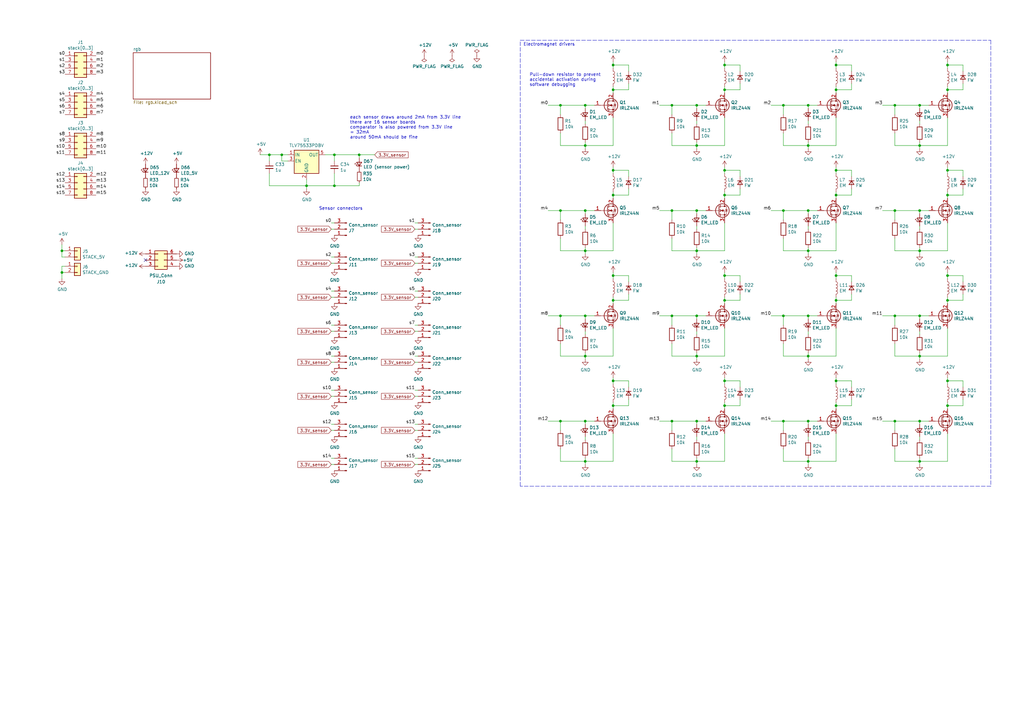
<source format=kicad_sch>
(kicad_sch (version 20231120) (generator "eeschema") (generator_version "8.0")
  (paper "A3")
  (title_block (title "Relelauta") (date "2021-01-17") (rev "2") (company "Verneri Hirvonen"))
  (junction (at 388.62 26.67))
  (junction (at 251.46 26.67))
  (junction (at 229.87 172.72))
  (junction (at 321.31 172.72))
  (junction (at 367.03 172.72))
  (junction (at 275.59 129.54))
  (junction (at 342.9 36.83))
  (junction (at 377.19 146.05))
  (junction (at 342.9 156.21))
  (junction (at 388.62 113.03))
  (junction (at 240.03 146.05))
  (junction (at 367.03 86.36))
  (junction (at 367.03 129.54))
  (junction (at 331.47 146.05))
  (junction (at 342.9 69.85))
  (junction (at 285.75 172.72))
  (junction (at 251.46 69.85))
  (junction (at 285.75 59.69))
  (junction (at 321.31 129.54))
  (junction (at 229.87 43.18))
  (junction (at 342.9 166.37))
  (junction (at 110.49 63.5))
  (junction (at 331.47 102.87))
  (junction (at 251.46 36.83))
  (junction (at 240.03 129.54))
  (junction (at 331.47 172.72))
  (junction (at 285.75 146.05))
  (junction (at 331.47 43.18))
  (junction (at 297.18 166.37))
  (junction (at 388.62 156.21))
  (junction (at 377.19 189.23))
  (junction (at 321.31 86.36))
  (junction (at 388.62 36.83))
  (junction (at 240.03 86.36))
  (junction (at 137.16 63.5))
  (junction (at 251.46 123.19))
  (junction (at 125.73 76.2))
  (junction (at 297.18 123.19))
  (junction (at 331.47 59.69))
  (junction (at 297.18 80.01))
  (junction (at 137.16 76.2))
  (junction (at 25.4 111.76))
  (junction (at 377.19 129.54))
  (junction (at 240.03 102.87))
  (junction (at 377.19 86.36))
  (junction (at 147.32 63.5))
  (junction (at 331.47 129.54))
  (junction (at 331.47 86.36))
  (junction (at 342.9 26.67))
  (junction (at 297.18 156.21))
  (junction (at 377.19 59.69))
  (junction (at 367.03 43.18))
  (junction (at 285.75 43.18))
  (junction (at 285.75 129.54))
  (junction (at 388.62 123.19))
  (junction (at 297.18 26.67))
  (junction (at 240.03 43.18))
  (junction (at 321.31 43.18))
  (junction (at 285.75 189.23))
  (junction (at 377.19 43.18))
  (junction (at 388.62 166.37))
  (junction (at 275.59 86.36))
  (junction (at 25.4 102.87))
  (junction (at 251.46 80.01))
  (junction (at 251.46 113.03))
  (junction (at 240.03 59.69))
  (junction (at 285.75 86.36))
  (junction (at 331.47 189.23))
  (junction (at 388.62 80.01))
  (junction (at 377.19 102.87))
  (junction (at 342.9 80.01))
  (junction (at 240.03 172.72))
  (junction (at 342.9 113.03))
  (junction (at 297.18 69.85))
  (junction (at 240.03 189.23))
  (junction (at 297.18 113.03))
  (junction (at 229.87 129.54))
  (junction (at 297.18 36.83))
  (junction (at 229.87 86.36))
  (junction (at 388.62 69.85))
  (junction (at 342.9 123.19))
  (junction (at 285.75 102.87))
  (junction (at 251.46 156.21))
  (junction (at 275.59 172.72))
  (junction (at 377.19 172.72))
  (junction (at 275.59 43.18))
  (junction (at 251.46 166.37))
  (junction (at 115.57 63.5))
  (no_connect (at 59.69 106.68))
  (wire (pts (xy 285.75 147.32) (xy 285.75 146.05)))
  (wire (pts (xy 147.32 63.5) (xy 137.16 63.5)))
  (wire (pts (xy 331.47 190.5) (xy 331.47 189.23)))
  (wire (pts (xy 342.9 154.94) (xy 342.9 156.21)))
  (wire (pts (xy 251.46 26.67) (xy 251.46 27.94)))
  (wire (pts (xy 316.23 43.18) (xy 321.31 43.18)))
  (wire (pts (xy 388.62 166.37) (xy 394.97 166.37)))
  (wire (pts (xy 170.18 160.02) (xy 171.45 160.02)))
  (wire (pts (xy 349.25 115.57) (xy 349.25 113.03)))
  (wire (pts (xy 171.45 107.95) (xy 170.18 107.95)))
  (wire (pts (xy 285.75 60.96) (xy 285.75 59.69)))
  (wire (pts (xy 285.75 102.87) (xy 285.75 101.6)))
  (wire (pts (xy 240.03 135.89) (xy 240.03 137.16)))
  (wire (pts (xy 388.62 69.85) (xy 388.62 71.12)))
  (wire (pts (xy 257.81 69.85) (xy 251.46 69.85)))
  (wire (pts (xy 257.81 26.67) (xy 251.46 26.67)))
  (wire (pts (xy 342.9 102.87) (xy 342.9 91.44)))
  (wire (pts (xy 171.45 176.53) (xy 170.18 176.53)))
  (wire (pts (xy 331.47 59.69) (xy 342.9 59.69)))
  (wire (pts (xy 240.03 44.45) (xy 240.03 43.18)))
  (wire (pts (xy 394.97 69.85) (xy 388.62 69.85)))
  (wire (pts (xy 240.03 102.87) (xy 240.03 101.6)))
  (wire (pts (xy 331.47 146.05) (xy 331.47 144.78)))
  (wire (pts (xy 285.75 173.99) (xy 285.75 172.72)))
  (wire (pts (xy 377.19 135.89) (xy 377.19 137.16)))
  (wire (pts (xy 367.03 59.69) (xy 377.19 59.69)))
  (wire (pts (xy 367.03 90.17) (xy 367.03 86.36)))
  (wire (pts (xy 257.81 158.75) (xy 257.81 156.21)))
  (wire (pts (xy 137.16 162.56) (xy 135.89 162.56)))
  (wire (pts (xy 388.62 111.76) (xy 388.62 113.03)))
  (wire (pts (xy 257.81 72.39) (xy 257.81 69.85)))
  (wire (pts (xy 331.47 102.87) (xy 342.9 102.87)))
  (wire (pts (xy 297.18 146.05) (xy 297.18 134.62)))
  (wire (pts (xy 170.18 173.99) (xy 171.45 173.99)))
  (wire (pts (xy 331.47 130.81) (xy 331.47 129.54)))
  (wire (pts (xy 137.16 63.5) (xy 133.35 63.5)))
  (wire (pts (xy 285.75 43.18) (xy 289.56 43.18)))
  (wire (pts (xy 342.9 123.19) (xy 342.9 121.92)))
  (wire (pts (xy 297.18 189.23) (xy 297.18 177.8)))
  (wire (pts (xy 377.19 102.87) (xy 388.62 102.87)))
  (wire (pts (xy 275.59 97.79) (xy 275.59 102.87)))
  (wire (pts (xy 240.03 59.69) (xy 240.03 58.42)))
  (wire (pts (xy 285.75 44.45) (xy 285.75 43.18)))
  (wire (pts (xy 275.59 43.18) (xy 285.75 43.18)))
  (wire (pts (xy 316.23 129.54) (xy 321.31 129.54)))
  (wire (pts (xy 377.19 179.07) (xy 377.19 180.34)))
  (wire (pts (xy 251.46 146.05) (xy 251.46 134.62)))
  (wire (pts (xy 394.97 166.37) (xy 394.97 163.83)))
  (wire (pts (xy 240.03 189.23) (xy 251.46 189.23)))
  (wire (pts (xy 135.89 133.35) (xy 137.16 133.35)))
  (wire (pts (xy 331.47 60.96) (xy 331.47 59.69)))
  (wire (pts (xy 229.87 43.18) (xy 240.03 43.18)))
  (wire (pts (xy 342.9 167.64) (xy 342.9 166.37)))
  (wire (pts (xy 303.53 80.01) (xy 303.53 77.47)))
  (wire (pts (xy 388.62 25.4) (xy 388.62 26.67)))
  (wire (pts (xy 251.46 166.37) (xy 251.46 165.1)))
  (wire (pts (xy 367.03 133.35) (xy 367.03 129.54)))
  (wire (pts (xy 349.25 29.21) (xy 349.25 26.67)))
  (wire (pts (xy 342.9 156.21) (xy 342.9 157.48)))
  (wire (pts (xy 367.03 86.36) (xy 377.19 86.36)))
  (wire (pts (xy 321.31 54.61) (xy 321.31 59.69)))
  (wire (pts (xy 137.16 190.5) (xy 135.89 190.5)))
  (wire (pts (xy 349.25 156.21) (xy 342.9 156.21)))
  (wire (pts (xy 367.03 172.72) (xy 377.19 172.72)))
  (wire (pts (xy 321.31 133.35) (xy 321.31 129.54)))
  (wire (pts (xy 342.9 36.83) (xy 349.25 36.83)))
  (wire (pts (xy 297.18 123.19) (xy 297.18 121.92)))
  (wire (pts (xy 331.47 59.69) (xy 331.47 58.42)))
  (wire (pts (xy 240.03 60.96) (xy 240.03 59.69)))
  (polyline (pts (xy 406.4 199.39) (xy 213.36 199.39)) (stroke (width 0) (type dash)))
  (wire (pts (xy 342.9 80.01) (xy 349.25 80.01)))
  (wire (pts (xy 394.97 115.57) (xy 394.97 113.03)))
  (wire (pts (xy 367.03 184.15) (xy 367.03 189.23)))
  (wire (pts (xy 321.31 102.87) (xy 331.47 102.87)))
  (wire (pts (xy 251.46 36.83) (xy 257.81 36.83)))
  (wire (pts (xy 331.47 189.23) (xy 331.47 187.96)))
  (wire (pts (xy 394.97 158.75) (xy 394.97 156.21)))
  (wire (pts (xy 257.81 80.01) (xy 257.81 77.47)))
  (wire (pts (xy 229.87 176.53) (xy 229.87 172.72)))
  (wire (pts (xy 297.18 113.03) (xy 297.18 114.3)))
  (wire (pts (xy 275.59 102.87) (xy 285.75 102.87)))
  (wire (pts (xy 275.59 189.23) (xy 285.75 189.23)))
  (wire (pts (xy 118.11 63.5) (xy 115.57 63.5)))
  (wire (pts (xy 331.47 173.99) (xy 331.47 172.72)))
  (wire (pts (xy 229.87 86.36) (xy 240.03 86.36)))
  (wire (pts (xy 388.62 113.03) (xy 388.62 114.3)))
  (wire (pts (xy 285.75 104.14) (xy 285.75 102.87)))
  (wire (pts (xy 270.51 129.54) (xy 275.59 129.54)))
  (wire (pts (xy 377.19 189.23) (xy 377.19 187.96)))
  (wire (pts (xy 303.53 113.03) (xy 297.18 113.03)))
  (wire (pts (xy 394.97 29.21) (xy 394.97 26.67)))
  (wire (pts (xy 147.32 64.77) (xy 147.32 63.5)))
  (wire (pts (xy 285.75 146.05) (xy 297.18 146.05)))
  (wire (pts (xy 342.9 68.58) (xy 342.9 69.85)))
  (wire (pts (xy 285.75 135.89) (xy 285.75 137.16)))
  (wire (pts (xy 377.19 190.5) (xy 377.19 189.23)))
  (wire (pts (xy 361.95 43.18) (xy 367.03 43.18)))
  (wire (pts (xy 275.59 54.61) (xy 275.59 59.69)))
  (wire (pts (xy 275.59 129.54) (xy 285.75 129.54)))
  (wire (pts (xy 240.03 87.63) (xy 240.03 86.36)))
  (wire (pts (xy 367.03 140.97) (xy 367.03 146.05)))
  (wire (pts (xy 394.97 123.19) (xy 394.97 120.65)))
  (wire (pts (xy 170.18 133.35) (xy 171.45 133.35)))
  (wire (pts (xy 170.18 146.05) (xy 171.45 146.05)))
  (wire (pts (xy 147.32 76.2) (xy 137.16 76.2)))
  (wire (pts (xy 251.46 69.85) (xy 251.46 71.12)))
  (wire (pts (xy 137.16 93.98) (xy 135.89 93.98)))
  (wire (pts (xy 137.16 121.92) (xy 135.89 121.92)))
  (wire (pts (xy 240.03 104.14) (xy 240.03 102.87)))
  (wire (pts (xy 377.19 49.53) (xy 377.19 50.8)))
  (wire (pts (xy 240.03 43.18) (xy 243.84 43.18)))
  (wire (pts (xy 377.19 130.81) (xy 377.19 129.54)))
  (wire (pts (xy 275.59 140.97) (xy 275.59 146.05)))
  (wire (pts (xy 297.18 26.67) (xy 297.18 27.94)))
  (wire (pts (xy 321.31 146.05) (xy 331.47 146.05)))
  (wire (pts (xy 388.62 123.19) (xy 394.97 123.19)))
  (wire (pts (xy 377.19 104.14) (xy 377.19 102.87)))
  (wire (pts (xy 275.59 90.17) (xy 275.59 86.36)))
  (wire (pts (xy 331.47 104.14) (xy 331.47 102.87)))
  (wire (pts (xy 367.03 43.18) (xy 377.19 43.18)))
  (wire (pts (xy 171.45 148.59) (xy 170.18 148.59)))
  (wire (pts (xy 349.25 69.85) (xy 342.9 69.85)))
  (wire (pts (xy 251.46 38.1) (xy 251.46 36.83)))
  (wire (pts (xy 349.25 123.19) (xy 349.25 120.65)))
  (wire (pts (xy 349.25 158.75) (xy 349.25 156.21)))
  (wire (pts (xy 229.87 133.35) (xy 229.87 129.54)))
  (wire (pts (xy 229.87 97.79) (xy 229.87 102.87)))
  (wire (pts (xy 110.49 76.2) (xy 125.73 76.2)))
  (wire (pts (xy 361.95 86.36) (xy 367.03 86.36)))
  (wire (pts (xy 135.89 146.05) (xy 137.16 146.05)))
  (wire (pts (xy 125.73 73.66) (xy 125.73 76.2)))
  (wire (pts (xy 251.46 156.21) (xy 251.46 157.48)))
  (wire (pts (xy 25.4 111.76) (xy 25.4 114.3)))
  (wire (pts (xy 331.47 135.89) (xy 331.47 137.16)))
  (wire (pts (xy 137.16 66.04) (xy 137.16 63.5)))
  (wire (pts (xy 251.46 59.69) (xy 251.46 48.26)))
  (wire (pts (xy 367.03 189.23) (xy 377.19 189.23)))
  (wire (pts (xy 303.53 72.39) (xy 303.53 69.85)))
  (wire (pts (xy 275.59 86.36) (xy 285.75 86.36)))
  (wire (pts (xy 240.03 173.99) (xy 240.03 172.72)))
  (wire (pts (xy 297.18 124.46) (xy 297.18 123.19)))
  (wire (pts (xy 137.16 76.2) (xy 137.16 71.12)))
  (wire (pts (xy 240.03 86.36) (xy 243.84 86.36)))
  (wire (pts (xy 240.03 172.72) (xy 243.84 172.72)))
  (wire (pts (xy 321.31 129.54) (xy 331.47 129.54)))
  (wire (pts (xy 251.46 80.01) (xy 257.81 80.01)))
  (wire (pts (xy 316.23 86.36) (xy 321.31 86.36)))
  (wire (pts (xy 342.9 189.23) (xy 342.9 177.8)))
  (wire (pts (xy 316.23 172.72) (xy 321.31 172.72)))
  (wire (pts (xy 321.31 189.23) (xy 331.47 189.23)))
  (wire (pts (xy 297.18 59.69) (xy 297.18 48.26)))
  (wire (pts (xy 388.62 156.21) (xy 388.62 157.48)))
  (wire (pts (xy 171.45 190.5) (xy 170.18 190.5)))
  (wire (pts (xy 171.45 162.56) (xy 170.18 162.56)))
  (wire (pts (xy 224.79 172.72) (xy 229.87 172.72)))
  (wire (pts (xy 388.62 123.19) (xy 388.62 121.92)))
  (wire (pts (xy 229.87 189.23) (xy 240.03 189.23)))
  (wire (pts (xy 285.75 190.5) (xy 285.75 189.23)))
  (wire (pts (xy 251.46 167.64) (xy 251.46 166.37)))
  (wire (pts (xy 331.47 86.36) (xy 335.28 86.36)))
  (wire (pts (xy 170.18 105.41) (xy 171.45 105.41)))
  (wire (pts (xy 321.31 172.72) (xy 331.47 172.72)))
  (wire (pts (xy 388.62 146.05) (xy 388.62 134.62)))
  (wire (pts (xy 25.4 102.87) (xy 25.4 100.33)))
  (wire (pts (xy 349.25 166.37) (xy 349.25 163.83)))
  (wire (pts (xy 285.75 146.05) (xy 285.75 144.78)))
  (wire (pts (xy 229.87 129.54) (xy 240.03 129.54)))
  (wire (pts (xy 275.59 133.35) (xy 275.59 129.54)))
  (wire (pts (xy 297.18 38.1) (xy 297.18 36.83)))
  (wire (pts (xy 342.9 166.37) (xy 349.25 166.37)))
  (wire (pts (xy 275.59 172.72) (xy 285.75 172.72)))
  (wire (pts (xy 388.62 36.83) (xy 388.62 35.56)))
  (wire (pts (xy 297.18 123.19) (xy 303.53 123.19)))
  (wire (pts (xy 251.46 154.94) (xy 251.46 156.21)))
  (wire (pts (xy 229.87 90.17) (xy 229.87 86.36)))
  (wire (pts (xy 367.03 54.61) (xy 367.03 59.69)))
  (wire (pts (xy 331.47 129.54) (xy 335.28 129.54)))
  (wire (pts (xy 342.9 69.85) (xy 342.9 71.12)))
  (wire (pts (xy 297.18 69.85) (xy 297.18 71.12)))
  (wire (pts (xy 303.53 166.37) (xy 303.53 163.83)))
  (wire (pts (xy 342.9 166.37) (xy 342.9 165.1)))
  (wire (pts (xy 285.75 189.23) (xy 297.18 189.23)))
  (wire (pts (xy 342.9 26.67) (xy 342.9 27.94)))
  (wire (pts (xy 331.47 43.18) (xy 335.28 43.18)))
  (wire (pts (xy 377.19 44.45) (xy 377.19 43.18)))
  (wire (pts (xy 297.18 36.83) (xy 297.18 35.56)))
  (wire (pts (xy 377.19 43.18) (xy 381 43.18)))
  (wire (pts (xy 26.67 109.22) (xy 25.4 109.22)))
  (wire (pts (xy 153.67 63.5) (xy 147.32 63.5)))
  (wire (pts (xy 251.46 68.58) (xy 251.46 69.85)))
  (wire (pts (xy 285.75 189.23) (xy 285.75 187.96)))
  (wire (pts (xy 331.47 189.23) (xy 342.9 189.23)))
  (wire (pts (xy 377.19 189.23) (xy 388.62 189.23)))
  (wire (pts (xy 275.59 59.69) (xy 285.75 59.69)))
  (wire (pts (xy 394.97 26.67) (xy 388.62 26.67)))
  (wire (pts (xy 342.9 123.19) (xy 349.25 123.19)))
  (wire (pts (xy 321.31 43.18) (xy 331.47 43.18)))
  (wire (pts (xy 377.19 86.36) (xy 381 86.36)))
  (wire (pts (xy 342.9 25.4) (xy 342.9 26.67)))
  (wire (pts (xy 367.03 146.05) (xy 377.19 146.05)))
  (wire (pts (xy 394.97 80.01) (xy 394.97 77.47)))
  (wire (pts (xy 251.46 166.37) (xy 257.81 166.37)))
  (wire (pts (xy 137.16 135.89) (xy 135.89 135.89)))
  (wire (pts (xy 135.89 187.96) (xy 137.16 187.96)))
  (wire (pts (xy 224.79 129.54) (xy 229.87 129.54)))
  (wire (pts (xy 118.11 66.04) (xy 115.57 66.04)))
  (wire (pts (xy 251.46 123.19) (xy 257.81 123.19)))
  (wire (pts (xy 26.67 102.87) (xy 25.4 102.87)))
  (wire (pts (xy 342.9 111.76) (xy 342.9 113.03)))
  (wire (pts (xy 275.59 46.99) (xy 275.59 43.18)))
  (wire (pts (xy 110.49 71.12) (xy 110.49 76.2)))
  (wire (pts (xy 342.9 146.05) (xy 342.9 134.62)))
  (wire (pts (xy 25.4 105.41) (xy 25.4 102.87)))
  (wire (pts (xy 388.62 26.67) (xy 388.62 27.94)))
  (wire (pts (xy 388.62 68.58) (xy 388.62 69.85)))
  (wire (pts (xy 251.46 36.83) (xy 251.46 35.56)))
  (wire (pts (xy 229.87 184.15) (xy 229.87 189.23)))
  (wire (pts (xy 349.25 72.39) (xy 349.25 69.85)))
  (wire (pts (xy 331.47 179.07) (xy 331.47 180.34)))
  (wire (pts (xy 303.53 158.75) (xy 303.53 156.21)))
  (wire (pts (xy 275.59 176.53) (xy 275.59 172.72)))
  (wire (pts (xy 275.59 184.15) (xy 275.59 189.23)))
  (wire (pts (xy 342.9 80.01) (xy 342.9 78.74)))
  (wire (pts (xy 303.53 123.19) (xy 303.53 120.65)))
  (wire (pts (xy 257.81 156.21) (xy 251.46 156.21)))
  (wire (pts (xy 240.03 102.87) (xy 251.46 102.87)))
  (wire (pts (xy 331.47 49.53) (xy 331.47 50.8)))
  (wire (pts (xy 388.62 59.69) (xy 388.62 48.26)))
  (wire (pts (xy 257.81 113.03) (xy 251.46 113.03)))
  (wire (pts (xy 331.47 102.87) (xy 331.47 101.6)))
  (wire (pts (xy 349.25 26.67) (xy 342.9 26.67)))
  (wire (pts (xy 388.62 102.87) (xy 388.62 91.44)))
  (wire (pts (xy 303.53 69.85) (xy 297.18 69.85)))
  (wire (pts (xy 321.31 46.99) (xy 321.31 43.18)))
  (wire (pts (xy 137.16 148.59) (xy 135.89 148.59)))
  (wire (pts (xy 297.18 25.4) (xy 297.18 26.67)))
  (wire (pts (xy 285.75 102.87) (xy 297.18 102.87)))
  (wire (pts (xy 297.18 166.37) (xy 297.18 165.1)))
  (wire (pts (xy 240.03 190.5) (xy 240.03 189.23)))
  (wire (pts (xy 297.18 80.01) (xy 303.53 80.01)))
  (wire (pts (xy 285.75 87.63) (xy 285.75 86.36)))
  (wire (pts (xy 257.81 115.57) (xy 257.81 113.03)))
  (wire (pts (xy 377.19 59.69) (xy 388.62 59.69)))
  (wire (pts (xy 297.18 156.21) (xy 297.18 157.48)))
  (wire (pts (xy 257.81 123.19) (xy 257.81 120.65)))
  (wire (pts (xy 297.18 111.76) (xy 297.18 113.03)))
  (wire (pts (xy 240.03 92.71) (xy 240.03 93.98)))
  (wire (pts (xy 240.03 49.53) (xy 240.03 50.8)))
  (wire (pts (xy 388.62 167.64) (xy 388.62 166.37)))
  (wire (pts (xy 297.18 154.94) (xy 297.18 156.21)))
  (wire (pts (xy 321.31 59.69) (xy 331.47 59.69)))
  (wire (pts (xy 297.18 102.87) (xy 297.18 91.44)))
  (wire (pts (xy 251.46 81.28) (xy 251.46 80.01)))
  (wire (pts (xy 342.9 113.03) (xy 342.9 114.3)))
  (wire (pts (xy 171.45 135.89) (xy 170.18 135.89)))
  (wire (pts (xy 251.46 25.4) (xy 251.46 26.67)))
  (wire (pts (xy 137.16 176.53) (xy 135.89 176.53)))
  (wire (pts (xy 297.18 81.28) (xy 297.18 80.01)))
  (wire (pts (xy 297.18 36.83) (xy 303.53 36.83)))
  (wire (pts (xy 342.9 81.28) (xy 342.9 80.01)))
  (wire (pts (xy 297.18 68.58) (xy 297.18 69.85)))
  (wire (pts (xy 229.87 172.72) (xy 240.03 172.72)))
  (wire (pts (xy 388.62 81.28) (xy 388.62 80.01)))
  (wire (pts (xy 135.89 119.38) (xy 137.16 119.38)))
  (wire (pts (xy 303.53 115.57) (xy 303.53 113.03)))
  (wire (pts (xy 297.18 80.01) (xy 297.18 78.74)))
  (wire (pts (xy 25.4 109.22) (xy 25.4 111.76)))
  (wire (pts (xy 171.45 121.92) (xy 170.18 121.92)))
  (wire (pts (xy 251.46 189.23) (xy 251.46 177.8)))
  (wire (pts (xy 367.03 176.53) (xy 367.03 172.72)))
  (wire (pts (xy 377.19 172.72) (xy 381 172.72)))
  (wire (pts (xy 240.03 146.05) (xy 240.03 144.78)))
  (wire (pts (xy 367.03 97.79) (xy 367.03 102.87)))
  (wire (pts (xy 303.53 29.21) (xy 303.53 26.67)))
  (wire (pts (xy 388.62 80.01) (xy 394.97 80.01)))
  (wire (pts (xy 388.62 166.37) (xy 388.62 165.1)))
  (wire (pts (xy 377.19 60.96) (xy 377.19 59.69)))
  (wire (pts (xy 115.57 63.5) (xy 110.49 63.5)))
  (wire (pts (xy 349.25 113.03) (xy 342.9 113.03)))
  (wire (pts (xy 285.75 59.69) (xy 297.18 59.69)))
  (wire (pts (xy 240.03 129.54) (xy 243.84 129.54)))
  (wire (pts (xy 377.19 87.63) (xy 377.19 86.36)))
  (wire (pts (xy 303.53 26.67) (xy 297.18 26.67)))
  (wire (pts (xy 361.95 129.54) (xy 367.03 129.54)))
  (wire (pts (xy 26.67 105.41) (xy 25.4 105.41)))
  (wire (pts (xy 321.31 97.79) (xy 321.31 102.87)))
  (wire (pts (xy 388.62 124.46) (xy 388.62 123.19)))
  (wire (pts (xy 257.81 29.21) (xy 257.81 26.67)))
  (wire (pts (xy 394.97 72.39) (xy 394.97 69.85)))
  (wire (pts (xy 394.97 156.21) (xy 388.62 156.21)))
  (wire (pts (xy 147.32 74.93) (xy 147.32 76.2)))
  (wire (pts (xy 331.47 44.45) (xy 331.47 43.18)))
  (wire (pts (xy 135.89 173.99) (xy 137.16 173.99)))
  (wire (pts (xy 270.51 172.72) (xy 275.59 172.72)))
  (wire (pts (xy 321.31 140.97) (xy 321.31 146.05)))
  (wire (pts (xy 125.73 76.2) (xy 137.16 76.2)))
  (wire (pts (xy 377.19 146.05) (xy 377.19 144.78)))
  (wire (pts (xy 240.03 147.32) (xy 240.03 146.05)))
  (wire (pts (xy 321.31 176.53) (xy 321.31 172.72)))
  (wire (pts (xy 275.59 146.05) (xy 285.75 146.05)))
  (wire (pts (xy 135.89 160.02) (xy 137.16 160.02)))
  (wire (pts (xy 251.46 113.03) (xy 251.46 114.3)))
  (wire (pts (xy 285.75 172.72) (xy 289.56 172.72)))
  (wire (pts (xy 331.47 92.71) (xy 331.47 93.98)))
  (wire (pts (xy 257.81 166.37) (xy 257.81 163.83)))
  (wire (pts (xy 240.03 189.23) (xy 240.03 187.96)))
  (wire (pts (xy 240.03 59.69) (xy 251.46 59.69)))
  (wire (pts (xy 224.79 86.36) (xy 229.87 86.36)))
  (wire (pts (xy 285.75 130.81) (xy 285.75 129.54)))
  (wire (pts (xy 342.9 38.1) (xy 342.9 36.83)))
  (wire (pts (xy 270.51 86.36) (xy 275.59 86.36)))
  (wire (pts (xy 342.9 59.69) (xy 342.9 48.26)))
  (wire (pts (xy 377.19 147.32) (xy 377.19 146.05)))
  (wire (pts (xy 349.25 80.01) (xy 349.25 77.47)))
  (wire (pts (xy 285.75 59.69) (xy 285.75 58.42)))
  (wire (pts (xy 285.75 129.54) (xy 289.56 129.54)))
  (wire (pts (xy 224.79 43.18) (xy 229.87 43.18)))
  (wire (pts (xy 361.95 172.72) (xy 367.03 172.72)))
  (wire (pts (xy 331.47 146.05) (xy 342.9 146.05)))
  (wire (pts (xy 257.81 36.83) (xy 257.81 34.29)))
  (wire (pts (xy 170.18 119.38) (xy 171.45 119.38)))
  (wire (pts (xy 367.03 102.87) (xy 377.19 102.87)))
  (polyline (pts (xy 213.36 16.51) (xy 406.4 16.51)) (stroke (width 0) (type dash)))
  (wire (pts (xy 285.75 179.07) (xy 285.75 180.34)))
  (wire (pts (xy 377.19 92.71) (xy 377.19 93.98)))
  (wire (pts (xy 135.89 105.41) (xy 137.16 105.41)))
  (wire (pts (xy 367.03 46.99) (xy 367.03 43.18)))
  (polyline (pts (xy 406.4 16.51) (xy 406.4 199.39)) (stroke (width 0) (type dash)))
  (wire (pts (xy 297.18 166.37) (xy 303.53 166.37)))
  (wire (pts (xy 388.62 189.23) (xy 388.62 177.8)))
  (wire (pts (xy 125.73 76.2) (xy 125.73 77.47)))
  (wire (pts (xy 251.46 80.01) (xy 251.46 78.74)))
  (wire (pts (xy 331.47 147.32) (xy 331.47 146.05)))
  (wire (pts (xy 388.62 154.94) (xy 388.62 156.21)))
  (wire (pts (xy 388.62 38.1) (xy 388.62 36.83)))
  (wire (pts (xy 251.46 123.19) (xy 251.46 121.92)))
  (wire (pts (xy 251.46 111.76) (xy 251.46 113.03)))
  (wire (pts (xy 377.19 129.54) (xy 381 129.54)))
  (polyline (pts (xy 213.36 199.39) (xy 213.36 16.51)) (stroke (width 0) (type dash)))
  (wire (pts (xy 285.75 92.71) (xy 285.75 93.98)))
  (wire (pts (xy 229.87 146.05) (xy 240.03 146.05)))
  (wire (pts (xy 229.87 59.69) (xy 240.03 59.69)))
  (wire (pts (xy 388.62 36.83) (xy 394.97 36.83)))
  (wire (pts (xy 251.46 124.46) (xy 251.46 123.19)))
  (wire (pts (xy 321.31 90.17) (xy 321.31 86.36)))
  (wire (pts (xy 394.97 36.83) (xy 394.97 34.29)))
  (wire (pts (xy 240.03 146.05) (xy 251.46 146.05)))
  (wire (pts (xy 229.87 46.99) (xy 229.87 43.18)))
  (wire (pts (xy 388.62 80.01) (xy 388.62 78.74)))
  (wire (pts (xy 377.19 173.99) (xy 377.19 172.72)))
  (wire (pts (xy 171.45 93.98) (xy 170.18 93.98)))
  (wire (pts (xy 349.25 36.83) (xy 349.25 34.29)))
  (wire (pts (xy 229.87 102.87) (xy 240.03 102.87)))
  (wire (pts (xy 297.18 167.64) (xy 297.18 166.37)))
  (wire (pts (xy 115.57 66.04) (xy 115.57 63.5)))
  (wire (pts (xy 229.87 140.97) (xy 229.87 146.05)))
  (wire (pts (xy 285.75 49.53) (xy 285.75 50.8)))
  (wire (pts (xy 170.18 91.44) (xy 171.45 91.44)))
  (wire (pts (xy 240.03 130.81) (xy 240.03 129.54)))
  (wire (pts (xy 321.31 86.36) (xy 331.47 86.36)))
  (wire (pts (xy 331.47 87.63) (xy 331.47 86.36)))
  (wire (pts (xy 251.46 102.87) (xy 251.46 91.44)))
  (wire (pts (xy 377.19 102.87) (xy 377.19 101.6)))
  (wire (pts (xy 303.53 156.21) (xy 297.18 156.21)))
  (wire (pts (xy 170.18 187.96) (xy 171.45 187.96)))
  (wire (pts (xy 137.16 107.95) (xy 135.89 107.95)))
  (wire (pts (xy 342.9 36.83) (xy 342.9 35.56)))
  (wire (pts (xy 303.53 36.83) (xy 303.53 34.29)))
  (wire (pts (xy 342.9 124.46) (xy 342.9 123.19)))
  (wire (pts (xy 367.03 129.54) (xy 377.19 129.54)))
  (wire (pts (xy 110.49 63.5) (xy 110.49 66.04)))
  (wire (pts (xy 135.89 91.44) (xy 137.16 91.44)))
  (wire (pts (xy 229.87 54.61) (xy 229.87 59.69)))
  (wire (pts (xy 110.49 63.5) (xy 106.68 63.5)))
  (wire (pts (xy 270.51 43.18) (xy 275.59 43.18)))
  (wire (pts (xy 285.75 86.36) (xy 289.56 86.36)))
  (wire (pts (xy 240.03 179.07) (xy 240.03 180.34)))
  (wire (pts (xy 377.19 59.69) (xy 377.19 58.42)))
  (wire (pts (xy 321.31 184.15) (xy 321.31 189.23)))
  (wire (pts (xy 394.97 113.03) (xy 388.62 113.03)))
  (wire (pts (xy 26.67 111.76) (xy 25.4 111.76)))
  (wire (pts (xy 377.19 146.05) (xy 388.62 146.05)))
  (wire (pts (xy 331.47 172.72) (xy 335.28 172.72)))
  (text "Pull-down resistor to prevent\naccidental activation during\nsoftware debugging" (at 217.17 35.56 0) (effects (font (size 1.27 1.27)) (justify left bottom)))
  (text "each sensor draws around 2mA from 3.3V line\nthere are 16 sensor boards\ncomparator is also powered from 3.3V line\n= 32mA\naround 50mA should be fine\n" (at 143.51 57.15 0) (effects (font (size 1.27 1.27)) (justify left bottom)))
  (text "Sensor connectors" (at 130.81 86.36 0) (effects (font (size 1.27 1.27)) (justify left bottom)))
  (text "Electromagnet drivers" (at 214.63 19.05 0) (effects (font (size 1.27 1.27)) (justify left bottom)))
  (label "m8" (at 39.37 55.88 0))
  (label "m7" (at 39.37 46.99 0))
  (label "s0" (at 135.89 91.44 180))
  (label "m3" (at 361.95 43.18 180))
  (label "m10" (at 39.37 60.96 0))
  (label "m6" (at 316.23 86.36 180))
  (label "s13" (at 26.67 74.93 180))
  (label "s11" (at 26.67 63.5 180))
  (label "s9" (at 170.18 146.05 180))
  (label "m14" (at 316.23 172.72 180))
  (label "m12" (at 39.37 72.39 0))
  (label "s15" (at 26.67 80.01 180))
  (label "m0" (at 39.37 22.86 0))
  (label "m15" (at 361.95 172.72 180))
  (label "m14" (at 39.37 77.47 0))
  (label "s5" (at 26.67 41.91 180))
  (label "s2" (at 26.67 27.94 180))
  (label "m9" (at 39.37 58.42 0))
  (label "s6" (at 26.67 44.45 180))
  (label "m4" (at 39.37 39.37 0))
  (label "s11" (at 170.18 160.02 180))
  (label "m2" (at 39.37 27.94 0))
  (label "s7" (at 170.18 133.35 180))
  (label "m15" (at 39.37 80.01 0))
  (label "m0" (at 224.79 43.18 180))
  (label "s12" (at 135.89 173.99 180))
  (label "s3" (at 170.18 105.41 180))
  (label "s3" (at 26.67 30.48 180))
  (label "s8" (at 26.67 55.88 180))
  (label "s4" (at 26.67 39.37 180))
  (label "s13" (at 170.18 173.99 180))
  (label "m8" (at 224.79 129.54 180))
  (label "m11" (at 361.95 129.54 180))
  (label "m3" (at 39.37 30.48 0))
  (label "s0" (at 26.67 22.86 180))
  (label "m6" (at 39.37 44.45 0))
  (label "m2" (at 316.23 43.18 180))
  (label "m1" (at 39.37 25.4 0))
  (label "m1" (at 270.51 43.18 180))
  (label "s6" (at 135.89 133.35 180))
  (label "s4" (at 135.89 119.38 180))
  (label "m13" (at 39.37 74.93 0))
  (label "m11" (at 39.37 63.5 0))
  (label "s8" (at 135.89 146.05 180))
  (label "s15" (at 170.18 187.96 180))
  (label "s10" (at 135.89 160.02 180))
  (label "s1" (at 170.18 91.44 180))
  (label "s14" (at 26.67 77.47 180))
  (label "m5" (at 270.51 86.36 180))
  (label "m7" (at 361.95 86.36 180))
  (label "s9" (at 26.67 58.42 180))
  (label "m5" (at 39.37 41.91 0))
  (label "s10" (at 26.67 60.96 180))
  (label "m9" (at 270.51 129.54 180))
  (label "s14" (at 135.89 187.96 180))
  (label "m4" (at 224.79 86.36 180))
  (label "s7" (at 26.67 46.99 180))
  (label "s1" (at 26.67 25.4 180))
  (label "s5" (at 170.18 119.38 180))
  (label "m12" (at 224.79 172.72 180))
  (label "s2" (at 135.89 105.41 180))
  (label "m10" (at 316.23 129.54 180))
  (label "m13" (at 270.51 172.72 180))
  (label "s12" (at 26.67 72.39 180))
  (global_label "3.3V_sensor" (shape input) (at 170.18 162.56 180) (property "Intersheetrefs" "${INTERSHEET_REFS}" (effects (hide yes))))
  (global_label "3.3V_sensor" (shape input) (at 170.18 121.92 180) (property "Intersheetrefs" "${INTERSHEET_REFS}" (effects (hide yes))))
  (global_label "3.3V_sensor" (shape input) (at 170.18 107.95 180) (property "Intersheetrefs" "${INTERSHEET_REFS}" (effects (hide yes))))
  (global_label "3.3V_sensor" (shape input) (at 135.89 107.95 180) (property "Intersheetrefs" "${INTERSHEET_REFS}" (effects (hide yes))))
  (global_label "3.3V_sensor" (shape input) (at 170.18 148.59 180) (property "Intersheetrefs" "${INTERSHEET_REFS}" (effects (hide yes))))
  (global_label "3.3V_sensor" (shape input) (at 135.89 190.5 180) (property "Intersheetrefs" "${INTERSHEET_REFS}" (effects (hide yes))))
  (global_label "3.3V_sensor" (shape input) (at 170.18 93.98 180) (property "Intersheetrefs" "${INTERSHEET_REFS}" (effects (hide yes))))
  (global_label "3.3V_sensor" (shape input) (at 135.89 176.53 180) (property "Intersheetrefs" "${INTERSHEET_REFS}" (effects (hide yes))))
  (global_label "3.3V_sensor" (shape input) (at 135.89 93.98 180) (property "Intersheetrefs" "${INTERSHEET_REFS}" (effects (hide yes))))
  (global_label "3.3V_sensor" (shape input) (at 135.89 121.92 180) (property "Intersheetrefs" "${INTERSHEET_REFS}" (effects (hide yes))))
  (global_label "3.3V_sensor" (shape input) (at 135.89 148.59 180) (property "Intersheetrefs" "${INTERSHEET_REFS}" (effects (hide yes))))
  (global_label "3.3V_sensor" (shape input) (at 135.89 162.56 180) (property "Intersheetrefs" "${INTERSHEET_REFS}" (effects (hide yes))))
  (global_label "3.3V_sensor" (shape input) (at 153.67 63.5 0) (property "Intersheetrefs" "${INTERSHEET_REFS}" (effects (hide yes))))
  (global_label "3.3V_sensor" (shape input) (at 170.18 135.89 180) (property "Intersheetrefs" "${INTERSHEET_REFS}" (effects (hide yes))))
  (global_label "3.3V_sensor" (shape input) (at 135.89 135.89 180) (property "Intersheetrefs" "${INTERSHEET_REFS}" (effects (hide yes))))
  (global_label "3.3V_sensor" (shape input) (at 170.18 190.5 180) (property "Intersheetrefs" "${INTERSHEET_REFS}" (effects (hide yes))))
  (global_label "3.3V_sensor" (shape input) (at 170.18 176.53 180) (property "Intersheetrefs" "${INTERSHEET_REFS}" (effects (hide yes))))
  (symbol (lib_id "relelauta-rescue:GND-power") (at 240.03 60.96 0) (unit 1)
    (property "Reference" "#PWR0101" (effects (hide yes)))
    (property "Value" "GND" (at 240.157 65.3542 0))
  )
  (symbol (lib_id "relelauta-rescue:+12V-power") (at 251.46 25.4 0) (unit 1)
    (property "Reference" "#PWR0104" (effects (hide yes)))
    (property "Value" "+12V" (at 251.841 21.0058 0))
  )
  (symbol (lib_id "Connector_Generic:Conn_02x04_Odd_Even") (at 31.75 25.4 0) (unit 1)
    (property "Reference" "J1" (at 33.02 17.3482 0))
    (property "Value" "stack[0..3]" (at 33.02 19.6596 0))
    (property "Footprint" "Connector_PinSocket_2.54mm:PinSocket_2x04_P2.54mm_Vertical" (effects (hide yes)))
  )
  (symbol (lib_id "Device:L") (at 251.46 31.75 0) (unit 1)
    (property "Reference" "L1" (at 252.7808 30.5816 0) (effects (justify left)))
    (property "Value" "EM" (at 252.7808 32.893 0) (effects (justify left)))
    (property "Footprint" "TerminalBlock:TerminalBlock_bornier-2_P5.08mm" (effects (hide yes)))
  )
  (symbol (lib_id "Connector_Generic:Conn_02x04_Odd_Even") (at 31.75 41.91 0) (unit 1)
    (property "Reference" "J2" (at 33.02 33.8582 0))
    (property "Value" "stack[0..3]" (at 33.02 36.1696 0))
    (property "Footprint" "Connector_PinSocket_2.54mm:PinSocket_2x04_P2.54mm_Vertical" (effects (hide yes)))
  )
  (symbol (lib_id "Connector_Generic:Conn_02x04_Odd_Even") (at 31.75 58.42 0) (unit 1)
    (property "Reference" "J3" (at 33.02 50.3682 0))
    (property "Value" "stack[0..3]" (at 33.02 52.6796 0))
    (property "Footprint" "Connector_PinSocket_2.54mm:PinSocket_2x04_P2.54mm_Vertical" (effects (hide yes)))
  )
  (symbol (lib_id "Device:D_Small") (at 257.81 31.75 270) (unit 1)
    (property "Reference" "D32" (at 259.5372 30.5816 90) (effects (justify left)))
    (property "Value" "FW" (at 259.5372 32.893 90) (effects (justify left)))
    (property "Footprint" "Diode_THT:D_DO-41_SOD81_P7.62mm_Horizontal" (effects (hide yes)))
  )
  (symbol (lib_id "Connector_Generic:Conn_02x04_Odd_Even") (at 31.75 74.93 0) (unit 1)
    (property "Reference" "J4" (at 33.02 66.8782 0))
    (property "Value" "stack[0..3]" (at 33.02 69.1896 0))
    (property "Footprint" "Connector_PinSocket_2.54mm:PinSocket_2x04_P2.54mm_Vertical" (effects (hide yes)))
  )
  (symbol (lib_id "Device:R") (at 240.03 54.61 180) (unit 1)
    (property "Reference" "R2" (at 241.808 53.4416 0) (effects (justify right)))
    (property "Value" "10k" (at 241.808 55.753 0) (effects (justify right)))
    (property "Footprint" "Resistor_SMD:R_0603_1608Metric" (effects (hide yes)))
  )
  (symbol (lib_id "Device:LED_Small") (at 240.03 46.99 90) (unit 1)
    (property "Reference" "D1" (at 241.7572 45.8216 90) (effects (justify right)))
    (property "Value" "EM_LED" (at 241.7572 48.133 90) (effects (justify right)))
    (property "Footprint" "LED_SMD:LED_0805_2012Metric" (effects (hide yes)))
  )
  (symbol (lib_id "relelauta-rescue:+12V-power") (at 59.69 104.14 90) (unit 1)
    (property "Reference" "#PWR034" (effects (hide yes)))
    (property "Value" "+12V" (at 56.4388 103.759 90) (effects (justify left)))
  )
  (symbol (lib_id "Connector_Generic:Conn_02x03_Counter_Clockwise") (at 64.77 106.68 0) (unit 1)
    (property "Reference" "J10" (at 66.04 115.57 0))
    (property "Value" "PSU_Conn" (at 66.04 113.03 0))
    (property "Footprint" "Connector_Molex:Molex_Mini-Fit_Jr_5566-06A_2x03_P4.20mm_Vertical" (effects (hide yes)))
  )
  (symbol (lib_id "Transistor_FET:IRLZ44N") (at 248.92 43.18 0) (unit 1)
    (property "Reference" "Q1" (at 254.1016 42.0116 0) (effects (justify left)))
    (property "Value" "IRLZ44N" (at 254.1016 44.323 0) (effects (justify left)))
    (property "Footprint" "Package_TO_SOT_THT:TO-220-3_Vertical" (effects (hide yes)))
    (property "Datasheet" "http://www.irf.com/product-info/datasheets/data/irlz44n.pdf" (effects (hide yes)))
  )
  (symbol (lib_id "relelauta-rescue:GND-power") (at 25.4 114.3 0) (unit 1)
    (property "Reference" "#PWR0102" (effects (hide yes)))
    (property "Value" "GND" (at 25.527 118.6942 0))
  )
  (symbol (lib_id "Device:R") (at 229.87 50.8 180) (unit 1)
    (property "Reference" "R1" (at 231.648 49.6316 0) (effects (justify right)))
    (property "Value" "10k" (at 231.648 51.943 0) (effects (justify right)))
    (property "Footprint" "Resistor_SMD:R_0603_1608Metric" (effects (hide yes)))
  )
  (symbol (lib_id "relelauta-rescue:GND-power") (at 285.75 60.96 0) (unit 1)
    (property "Reference" "#PWR07" (effects (hide yes)))
    (property "Value" "GND" (at 285.877 65.3542 0))
  )
  (symbol (lib_id "relelauta-rescue:+12V-power") (at 297.18 25.4 0) (unit 1)
    (property "Reference" "#PWR011" (effects (hide yes)))
    (property "Value" "+12V" (at 297.561 21.0058 0))
  )
  (symbol (lib_id "Device:L") (at 297.18 31.75 0) (unit 1)
    (property "Reference" "L2" (at 298.5008 30.5816 0) (effects (justify left)))
    (property "Value" "EM" (at 298.5008 32.893 0) (effects (justify left)))
    (property "Footprint" "TerminalBlock:TerminalBlock_bornier-2_P5.08mm" (effects (hide yes)))
  )
  (symbol (lib_id "Device:D_Small") (at 303.53 31.75 270) (unit 1)
    (property "Reference" "D20" (at 305.2572 30.5816 90) (effects (justify left)))
    (property "Value" "FW" (at 305.2572 32.893 90) (effects (justify left)))
    (property "Footprint" "Diode_THT:D_DO-41_SOD81_P7.62mm_Horizontal" (effects (hide yes)))
  )
  (symbol (lib_id "Device:R") (at 285.75 54.61 180) (unit 1)
    (property "Reference" "R13" (at 287.528 53.4416 0) (effects (justify right)))
    (property "Value" "10k" (at 287.528 55.753 0) (effects (justify right)))
    (property "Footprint" "Resistor_SMD:R_0603_1608Metric" (effects (hide yes)))
  )
  (symbol (lib_id "Transistor_FET:IRLZ44N") (at 294.64 43.18 0) (unit 1)
    (property "Reference" "Q2" (at 299.8216 42.0116 0) (effects (justify left)))
    (property "Value" "IRLZ44N" (at 299.8216 44.323 0) (effects (justify left)))
    (property "Footprint" "Package_TO_SOT_THT:TO-220-3_Vertical" (effects (hide yes)))
    (property "Datasheet" "http://www.irf.com/product-info/datasheets/data/irlz44n.pdf" (effects (hide yes)))
  )
  (symbol (lib_id "Device:LED_Small") (at 285.75 46.99 90) (unit 1)
    (property "Reference" "D2" (at 287.4772 45.8216 90) (effects (justify right)))
    (property "Value" "EM_LED" (at 287.4772 48.133 90) (effects (justify right)))
    (property "Footprint" "LED_SMD:LED_0805_2012Metric" (effects (hide yes)))
  )
  (symbol (lib_id "Device:R") (at 275.59 50.8 180) (unit 1)
    (property "Reference" "R9" (at 277.368 49.6316 0) (effects (justify right)))
    (property "Value" "10k" (at 277.368 51.943 0) (effects (justify right)))
    (property "Footprint" "Resistor_SMD:R_0603_1608Metric" (effects (hide yes)))
  )
  (symbol (lib_id "relelauta-rescue:GND-power") (at 331.47 60.96 0) (unit 1)
    (property "Reference" "#PWR015" (effects (hide yes)))
    (property "Value" "GND" (at 331.597 65.3542 0))
  )
  (symbol (lib_id "relelauta-rescue:+12V-power") (at 342.9 25.4 0) (unit 1)
    (property "Reference" "#PWR019" (effects (hide yes)))
    (property "Value" "+12V" (at 343.281 21.0058 0))
  )
  (symbol (lib_id "Device:L") (at 342.9 31.75 0) (unit 1)
    (property "Reference" "L3" (at 344.2208 30.5816 0) (effects (justify left)))
    (property "Value" "EM" (at 344.2208 32.893 0) (effects (justify left)))
    (property "Footprint" "TerminalBlock:TerminalBlock_bornier-2_P5.08mm" (effects (hide yes)))
  )
  (symbol (lib_id "Device:D_Small") (at 349.25 31.75 270) (unit 1)
    (property "Reference" "D24" (at 350.9772 30.5816 90) (effects (justify left)))
    (property "Value" "FW" (at 350.9772 32.893 90) (effects (justify left)))
    (property "Footprint" "Diode_THT:D_DO-41_SOD81_P7.62mm_Horizontal" (effects (hide yes)))
  )
  (symbol (lib_id "Device:R") (at 331.47 54.61 180) (unit 1)
    (property "Reference" "R21" (at 333.248 53.4416 0) (effects (justify right)))
    (property "Value" "10k" (at 333.248 55.753 0) (effects (justify right)))
    (property "Footprint" "Resistor_SMD:R_0603_1608Metric" (effects (hide yes)))
  )
  (symbol (lib_id "Transistor_FET:IRLZ44N") (at 340.36 43.18 0) (unit 1)
    (property "Reference" "Q3" (at 345.5416 42.0116 0) (effects (justify left)))
    (property "Value" "IRLZ44N" (at 345.5416 44.323 0) (effects (justify left)))
    (property "Footprint" "Package_TO_SOT_THT:TO-220-3_Vertical" (effects (hide yes)))
    (property "Datasheet" "http://www.irf.com/product-info/datasheets/data/irlz44n.pdf" (effects (hide yes)))
  )
  (symbol (lib_id "Device:LED_Small") (at 331.47 46.99 90) (unit 1)
    (property "Reference" "D3" (at 333.1972 45.8216 90) (effects (justify right)))
    (property "Value" "EM_LED" (at 333.1972 48.133 90) (effects (justify right)))
    (property "Footprint" "LED_SMD:LED_0805_2012Metric" (effects (hide yes)))
  )
  (symbol (lib_id "Device:R") (at 321.31 50.8 180) (unit 1)
    (property "Reference" "R17" (at 323.088 49.6316 0) (effects (justify right)))
    (property "Value" "10k" (at 323.088 51.943 0) (effects (justify right)))
    (property "Footprint" "Resistor_SMD:R_0603_1608Metric" (effects (hide yes)))
  )
  (symbol (lib_id "relelauta-rescue:GND-power") (at 377.19 60.96 0) (unit 1)
    (property "Reference" "#PWR023" (effects (hide yes)))
    (property "Value" "GND" (at 377.317 65.3542 0))
  )
  (symbol (lib_id "relelauta-rescue:+12V-power") (at 388.62 25.4 0) (unit 1)
    (property "Reference" "#PWR027" (effects (hide yes)))
    (property "Value" "+12V" (at 389.001 21.0058 0))
  )
  (symbol (lib_id "Device:L") (at 388.62 31.75 0) (unit 1)
    (property "Reference" "L4" (at 389.9408 30.5816 0) (effects (justify left)))
    (property "Value" "EM" (at 389.9408 32.893 0) (effects (justify left)))
    (property "Footprint" "TerminalBlock:TerminalBlock_bornier-2_P5.08mm" (effects (hide yes)))
  )
  (symbol (lib_id "Device:D_Small") (at 394.97 31.75 270) (unit 1)
    (property "Reference" "D28" (at 396.6972 30.5816 90) (effects (justify left)))
    (property "Value" "FW" (at 396.6972 32.893 90) (effects (justify left)))
    (property "Footprint" "Diode_THT:D_DO-41_SOD81_P7.62mm_Horizontal" (effects (hide yes)))
  )
  (symbol (lib_id "Device:R") (at 377.19 54.61 180) (unit 1)
    (property "Reference" "R29" (at 378.968 53.4416 0) (effects (justify right)))
    (property "Value" "10k" (at 378.968 55.753 0) (effects (justify right)))
    (property "Footprint" "Resistor_SMD:R_0603_1608Metric" (effects (hide yes)))
  )
  (symbol (lib_id "Transistor_FET:IRLZ44N") (at 386.08 43.18 0) (unit 1)
    (property "Reference" "Q4" (at 391.2616 42.0116 0) (effects (justify left)))
    (property "Value" "IRLZ44N" (at 391.2616 44.323 0) (effects (justify left)))
    (property "Footprint" "Package_TO_SOT_THT:TO-220-3_Vertical" (effects (hide yes)))
    (property "Datasheet" "http://www.irf.com/product-info/datasheets/data/irlz44n.pdf" (effects (hide yes)))
  )
  (symbol (lib_id "Device:LED_Small") (at 377.19 46.99 90) (unit 1)
    (property "Reference" "D4" (at 378.9172 45.8216 90) (effects (justify right)))
    (property "Value" "EM_LED" (at 378.9172 48.133 90) (effects (justify right)))
    (property "Footprint" "LED_SMD:LED_0805_2012Metric" (effects (hide yes)))
  )
  (symbol (lib_id "Device:R") (at 367.03 50.8 180) (unit 1)
    (property "Reference" "R25" (at 368.808 49.6316 0) (effects (justify right)))
    (property "Value" "10k" (at 368.808 51.943 0) (effects (justify right)))
    (property "Footprint" "Resistor_SMD:R_0603_1608Metric" (effects (hide yes)))
  )
  (symbol (lib_id "relelauta-rescue:GND-power") (at 240.03 104.14 0) (unit 1)
    (property "Reference" "#PWR01" (effects (hide yes)))
    (property "Value" "GND" (at 240.157 108.5342 0))
  )
  (symbol (lib_id "relelauta-rescue:+12V-power") (at 251.46 68.58 0) (unit 1)
    (property "Reference" "#PWR04" (effects (hide yes)))
    (property "Value" "+12V" (at 251.841 64.1858 0))
  )
  (symbol (lib_id "Device:L") (at 251.46 74.93 0) (unit 1)
    (property "Reference" "L5" (at 252.7808 73.7616 0) (effects (justify left)))
    (property "Value" "EM" (at 252.7808 76.073 0) (effects (justify left)))
    (property "Footprint" "TerminalBlock:TerminalBlock_bornier-2_P5.08mm" (effects (hide yes)))
  )
  (symbol (lib_id "Device:D_Small") (at 257.81 74.93 270) (unit 1)
    (property "Reference" "D17" (at 259.5372 73.7616 90) (effects (justify left)))
    (property "Value" "FW" (at 259.5372 76.073 90) (effects (justify left)))
    (property "Footprint" "Diode_THT:D_DO-41_SOD81_P7.62mm_Horizontal" (effects (hide yes)))
  )
  (symbol (lib_id "Device:R") (at 240.03 97.79 180) (unit 1)
    (property "Reference" "R6" (at 241.808 96.6216 0) (effects (justify right)))
    (property "Value" "10k" (at 241.808 98.933 0) (effects (justify right)))
    (property "Footprint" "Resistor_SMD:R_0603_1608Metric" (effects (hide yes)))
  )
  (symbol (lib_id "Transistor_FET:IRLZ44N") (at 248.92 86.36 0) (unit 1)
    (property "Reference" "Q5" (at 254.1016 85.1916 0) (effects (justify left)))
    (property "Value" "IRLZ44N" (at 254.1016 87.503 0) (effects (justify left)))
    (property "Footprint" "Package_TO_SOT_THT:TO-220-3_Vertical" (effects (hide yes)))
    (property "Datasheet" "http://www.irf.com/product-info/datasheets/data/irlz44n.pdf" (effects (hide yes)))
  )
  (symbol (lib_id "Device:LED_Small") (at 240.03 90.17 90) (unit 1)
    (property "Reference" "D5" (at 241.7572 89.0016 90) (effects (justify right)))
    (property "Value" "EM_LED" (at 241.7572 91.313 90) (effects (justify right)))
    (property "Footprint" "LED_SMD:LED_0805_2012Metric" (effects (hide yes)))
  )
  (symbol (lib_id "Device:R") (at 229.87 93.98 180) (unit 1)
    (property "Reference" "R3" (at 231.648 92.8116 0) (effects (justify right)))
    (property "Value" "10k" (at 231.648 95.123 0) (effects (justify right)))
    (property "Footprint" "Resistor_SMD:R_0603_1608Metric" (effects (hide yes)))
  )
  (symbol (lib_id "relelauta-rescue:GND-power") (at 285.75 104.14 0) (unit 1)
    (property "Reference" "#PWR08" (effects (hide yes)))
    (property "Value" "GND" (at 285.877 108.5342 0))
  )
  (symbol (lib_id "relelauta-rescue:+12V-power") (at 297.18 68.58 0) (unit 1)
    (property "Reference" "#PWR012" (effects (hide yes)))
    (property "Value" "+12V" (at 297.561 64.1858 0))
  )
  (symbol (lib_id "Device:L") (at 297.18 74.93 0) (unit 1)
    (property "Reference" "L6" (at 298.5008 73.7616 0) (effects (justify left)))
    (property "Value" "EM" (at 298.5008 76.073 0) (effects (justify left)))
    (property "Footprint" "TerminalBlock:TerminalBlock_bornier-2_P5.08mm" (effects (hide yes)))
  )
  (symbol (lib_id "Device:D_Small") (at 303.53 74.93 270) (unit 1)
    (property "Reference" "D21" (at 305.2572 73.7616 90) (effects (justify left)))
    (property "Value" "FW" (at 305.2572 76.073 90) (effects (justify left)))
    (property "Footprint" "Diode_THT:D_DO-41_SOD81_P7.62mm_Horizontal" (effects (hide yes)))
  )
  (symbol (lib_id "Device:R") (at 285.75 97.79 180) (unit 1)
    (property "Reference" "R14" (at 287.528 96.6216 0) (effects (justify right)))
    (property "Value" "10k" (at 287.528 98.933 0) (effects (justify right)))
    (property "Footprint" "Resistor_SMD:R_0603_1608Metric" (effects (hide yes)))
  )
  (symbol (lib_id "Transistor_FET:IRLZ44N") (at 294.64 86.36 0) (unit 1)
    (property "Reference" "Q6" (at 299.8216 85.1916 0) (effects (justify left)))
    (property "Value" "IRLZ44N" (at 299.8216 87.503 0) (effects (justify left)))
    (property "Footprint" "Package_TO_SOT_THT:TO-220-3_Vertical" (effects (hide yes)))
    (property "Datasheet" "http://www.irf.com/product-info/datasheets/data/irlz44n.pdf" (effects (hide yes)))
  )
  (symbol (lib_id "Device:LED_Small") (at 285.75 90.17 90) (unit 1)
    (property "Reference" "D6" (at 287.4772 89.0016 90) (effects (justify right)))
    (property "Value" "EM_LED" (at 287.4772 91.313 90) (effects (justify right)))
    (property "Footprint" "LED_SMD:LED_0805_2012Metric" (effects (hide yes)))
  )
  (symbol (lib_id "Device:R") (at 275.59 93.98 180) (unit 1)
    (property "Reference" "R10" (at 277.368 92.8116 0) (effects (justify right)))
    (property "Value" "10k" (at 277.368 95.123 0) (effects (justify right)))
    (property "Footprint" "Resistor_SMD:R_0603_1608Metric" (effects (hide yes)))
  )
  (symbol (lib_id "relelauta-rescue:GND-power") (at 331.47 104.14 0) (unit 1)
    (property "Reference" "#PWR016" (effects (hide yes)))
    (property "Value" "GND" (at 331.597 108.5342 0))
  )
  (symbol (lib_id "relelauta-rescue:+12V-power") (at 342.9 68.58 0) (unit 1)
    (property "Reference" "#PWR020" (effects (hide yes)))
    (property "Value" "+12V" (at 343.281 64.1858 0))
  )
  (symbol (lib_id "Device:L") (at 342.9 74.93 0) (unit 1)
    (property "Reference" "L7" (at 344.2208 73.7616 0) (effects (justify left)))
    (property "Value" "EM" (at 344.2208 76.073 0) (effects (justify left)))
    (property "Footprint" "TerminalBlock:TerminalBlock_bornier-2_P5.08mm" (effects (hide yes)))
  )
  (symbol (lib_id "Device:D_Small") (at 349.25 74.93 270) (unit 1)
    (property "Reference" "D25" (at 350.9772 73.7616 90) (effects (justify left)))
    (property "Value" "FW" (at 350.9772 76.073 90) (effects (justify left)))
    (property "Footprint" "Diode_THT:D_DO-41_SOD81_P7.62mm_Horizontal" (effects (hide yes)))
  )
  (symbol (lib_id "Device:R") (at 331.47 97.79 180) (unit 1)
    (property "Reference" "R22" (at 333.248 96.6216 0) (effects (justify right)))
    (property "Value" "10k" (at 333.248 98.933 0) (effects (justify right)))
    (property "Footprint" "Resistor_SMD:R_0603_1608Metric" (effects (hide yes)))
  )
  (symbol (lib_id "Transistor_FET:IRLZ44N") (at 340.36 86.36 0) (unit 1)
    (property "Reference" "Q7" (at 345.5416 85.1916 0) (effects (justify left)))
    (property "Value" "IRLZ44N" (at 345.5416 87.503 0) (effects (justify left)))
    (property "Footprint" "Package_TO_SOT_THT:TO-220-3_Vertical" (effects (hide yes)))
    (property "Datasheet" "http://www.irf.com/product-info/datasheets/data/irlz44n.pdf" (effects (hide yes)))
  )
  (symbol (lib_id "Device:LED_Small") (at 331.47 90.17 90) (unit 1)
    (property "Reference" "D7" (at 333.1972 89.0016 90) (effects (justify right)))
    (property "Value" "EM_LED" (at 333.1972 91.313 90) (effects (justify right)))
    (property "Footprint" "LED_SMD:LED_0805_2012Metric" (effects (hide yes)))
  )
  (symbol (lib_id "Device:R") (at 321.31 93.98 180) (unit 1)
    (property "Reference" "R18" (at 323.088 92.8116 0) (effects (justify right)))
    (property "Value" "10k" (at 323.088 95.123 0) (effects (justify right)))
    (property "Footprint" "Resistor_SMD:R_0603_1608Metric" (effects (hide yes)))
  )
  (symbol (lib_id "relelauta-rescue:GND-power") (at 377.19 104.14 0) (unit 1)
    (property "Reference" "#PWR024" (effects (hide yes)))
    (property "Value" "GND" (at 377.317 108.5342 0))
  )
  (symbol (lib_id "relelauta-rescue:+12V-power") (at 388.62 68.58 0) (unit 1)
    (property "Reference" "#PWR028" (effects (hide yes)))
    (property "Value" "+12V" (at 389.001 64.1858 0))
  )
  (symbol (lib_id "Device:L") (at 388.62 74.93 0) (unit 1)
    (property "Reference" "L8" (at 389.9408 73.7616 0) (effects (justify left)))
    (property "Value" "EM" (at 389.9408 76.073 0) (effects (justify left)))
    (property "Footprint" "TerminalBlock:TerminalBlock_bornier-2_P5.08mm" (effects (hide yes)))
  )
  (symbol (lib_id "Device:D_Small") (at 394.97 74.93 270) (unit 1)
    (property "Reference" "D29" (at 396.6972 73.7616 90) (effects (justify left)))
    (property "Value" "FW" (at 396.6972 76.073 90) (effects (justify left)))
    (property "Footprint" "Diode_THT:D_DO-41_SOD81_P7.62mm_Horizontal" (effects (hide yes)))
  )
  (symbol (lib_id "Device:R") (at 377.19 97.79 180) (unit 1)
    (property "Reference" "R30" (at 378.968 96.6216 0) (effects (justify right)))
    (property "Value" "10k" (at 378.968 98.933 0) (effects (justify right)))
    (property "Footprint" "Resistor_SMD:R_0603_1608Metric" (effects (hide yes)))
  )
  (symbol (lib_id "Transistor_FET:IRLZ44N") (at 386.08 86.36 0) (unit 1)
    (property "Reference" "Q8" (at 391.2616 85.1916 0) (effects (justify left)))
    (property "Value" "IRLZ44N" (at 391.2616 87.503 0) (effects (justify left)))
    (property "Footprint" "Package_TO_SOT_THT:TO-220-3_Vertical" (effects (hide yes)))
    (property "Datasheet" "http://www.irf.com/product-info/datasheets/data/irlz44n.pdf" (effects (hide yes)))
  )
  (symbol (lib_id "Device:LED_Small") (at 377.19 90.17 90) (unit 1)
    (property "Reference" "D8" (at 378.9172 89.0016 90) (effects (justify right)))
    (property "Value" "EM_LED" (at 378.9172 91.313 90) (effects (justify right)))
    (property "Footprint" "LED_SMD:LED_0805_2012Metric" (effects (hide yes)))
  )
  (symbol (lib_id "Device:R") (at 367.03 93.98 180) (unit 1)
    (property "Reference" "R26" (at 368.808 92.8116 0) (effects (justify right)))
    (property "Value" "10k" (at 368.808 95.123 0) (effects (justify right)))
    (property "Footprint" "Resistor_SMD:R_0603_1608Metric" (effects (hide yes)))
  )
  (symbol (lib_id "relelauta-rescue:Conn_01x03_Male-Connector") (at 142.24 93.98 180) (unit 1)
    (property "Reference" "J7" (at 142.9512 94.5896 0) (effects (justify right)))
    (property "Value" "Conn_sensor" (at 142.9512 92.2782 0) (effects (justify right)))
    (property "Footprint" "Connector_PinHeader_2.54mm:PinHeader_1x03_P2.54mm_Horizontal" (effects (hide yes)))
  )
  (symbol (lib_id "relelauta-rescue:GND-power") (at 240.03 147.32 0) (unit 1)
    (property "Reference" "#PWR02" (effects (hide yes)))
    (property "Value" "GND" (at 240.157 151.7142 0))
  )
  (symbol (lib_id "relelauta-rescue:+12V-power") (at 251.46 111.76 0) (unit 1)
    (property "Reference" "#PWR05" (effects (hide yes)))
    (property "Value" "+12V" (at 251.841 107.3658 0))
  )
  (symbol (lib_id "Device:L") (at 251.46 118.11 0) (unit 1)
    (property "Reference" "L9" (at 252.7808 116.9416 0) (effects (justify left)))
    (property "Value" "EM" (at 252.7808 119.253 0) (effects (justify left)))
    (property "Footprint" "TerminalBlock:TerminalBlock_bornier-2_P5.08mm" (effects (hide yes)))
  )
  (symbol (lib_id "Device:D_Small") (at 257.81 118.11 270) (unit 1)
    (property "Reference" "D18" (at 259.5372 116.9416 90) (effects (justify left)))
    (property "Value" "FW" (at 259.5372 119.253 90) (effects (justify left)))
    (property "Footprint" "Diode_THT:D_DO-41_SOD81_P7.62mm_Horizontal" (effects (hide yes)))
  )
  (symbol (lib_id "Device:R") (at 240.03 140.97 180) (unit 1)
    (property "Reference" "R7" (at 241.808 139.8016 0) (effects (justify right)))
    (property "Value" "10k" (at 241.808 142.113 0) (effects (justify right)))
    (property "Footprint" "Resistor_SMD:R_0603_1608Metric" (effects (hide yes)))
  )
  (symbol (lib_id "Transistor_FET:IRLZ44N") (at 248.92 129.54 0) (unit 1)
    (property "Reference" "Q9" (at 254.1016 128.3716 0) (effects (justify left)))
    (property "Value" "IRLZ44N" (at 254.1016 130.683 0) (effects (justify left)))
    (property "Footprint" "Package_TO_SOT_THT:TO-220-3_Vertical" (effects (hide yes)))
    (property "Datasheet" "http://www.irf.com/product-info/datasheets/data/irlz44n.pdf" (effects (hide yes)))
  )
  (symbol (lib_id "Device:LED_Small") (at 240.03 133.35 90) (unit 1)
    (property "Reference" "D9" (at 241.7572 132.1816 90) (effects (justify right)))
    (property "Value" "EM_LED" (at 241.7572 134.493 90) (effects (justify right)))
    (property "Footprint" "LED_SMD:LED_0805_2012Metric" (effects (hide yes)))
  )
  (symbol (lib_id "Device:R") (at 229.87 137.16 180) (unit 1)
    (property "Reference" "R4" (at 231.648 135.9916 0) (effects (justify right)))
    (property "Value" "10k" (at 231.648 138.303 0) (effects (justify right)))
    (property "Footprint" "Resistor_SMD:R_0603_1608Metric" (effects (hide yes)))
  )
  (symbol (lib_id "relelauta-rescue:GND-power") (at 285.75 147.32 0) (unit 1)
    (property "Reference" "#PWR09" (effects (hide yes)))
    (property "Value" "GND" (at 285.877 151.7142 0))
  )
  (symbol (lib_id "relelauta-rescue:+12V-power") (at 297.18 111.76 0) (unit 1)
    (property "Reference" "#PWR013" (effects (hide yes)))
    (property "Value" "+12V" (at 297.561 107.3658 0))
  )
  (symbol (lib_id "Device:L") (at 297.18 118.11 0) (unit 1)
    (property "Reference" "L10" (at 298.5008 116.9416 0) (effects (justify left)))
    (property "Value" "EM" (at 298.5008 119.253 0) (effects (justify left)))
    (property "Footprint" "TerminalBlock:TerminalBlock_bornier-2_P5.08mm" (effects (hide yes)))
  )
  (symbol (lib_id "Device:D_Small") (at 303.53 118.11 270) (unit 1)
    (property "Reference" "D22" (at 305.2572 116.9416 90) (effects (justify left)))
    (property "Value" "FW" (at 305.2572 119.253 90) (effects (justify left)))
    (property "Footprint" "Diode_THT:D_DO-41_SOD81_P7.62mm_Horizontal" (effects (hide yes)))
  )
  (symbol (lib_id "Device:R") (at 285.75 140.97 180) (unit 1)
    (property "Reference" "R15" (at 287.528 139.8016 0) (effects (justify right)))
    (property "Value" "10k" (at 287.528 142.113 0) (effects (justify right)))
    (property "Footprint" "Resistor_SMD:R_0603_1608Metric" (effects (hide yes)))
  )
  (symbol (lib_id "Transistor_FET:IRLZ44N") (at 294.64 129.54 0) (unit 1)
    (property "Reference" "Q10" (at 299.8216 128.3716 0) (effects (justify left)))
    (property "Value" "IRLZ44N" (at 299.8216 130.683 0) (effects (justify left)))
    (property "Footprint" "Package_TO_SOT_THT:TO-220-3_Vertical" (effects (hide yes)))
    (property "Datasheet" "http://www.irf.com/product-info/datasheets/data/irlz44n.pdf" (effects (hide yes)))
  )
  (symbol (lib_id "Device:LED_Small") (at 285.75 133.35 90) (unit 1)
    (property "Reference" "D10" (at 287.4772 132.1816 90) (effects (justify right)))
    (property "Value" "EM_LED" (at 287.4772 134.493 90) (effects (justify right)))
    (property "Footprint" "LED_SMD:LED_0805_2012Metric" (effects (hide yes)))
  )
  (symbol (lib_id "Device:R") (at 275.59 137.16 180) (unit 1)
    (property "Reference" "R11" (at 277.368 135.9916 0) (effects (justify right)))
    (property "Value" "10k" (at 277.368 138.303 0) (effects (justify right)))
    (property "Footprint" "Resistor_SMD:R_0603_1608Metric" (effects (hide yes)))
  )
  (symbol (lib_id "relelauta-rescue:GND-power") (at 331.47 147.32 0) (unit 1)
    (property "Reference" "#PWR017" (effects (hide yes)))
    (property "Value" "GND" (at 331.597 151.7142 0))
  )
  (symbol (lib_id "relelauta-rescue:+12V-power") (at 342.9 111.76 0) (unit 1)
    (property "Reference" "#PWR021" (effects (hide yes)))
    (property "Value" "+12V" (at 343.281 107.3658 0))
  )
  (symbol (lib_id "Device:L") (at 342.9 118.11 0) (unit 1)
    (property "Reference" "L11" (at 344.2208 116.9416 0) (effects (justify left)))
    (property "Value" "EM" (at 344.2208 119.253 0) (effects (justify left)))
    (property "Footprint" "TerminalBlock:TerminalBlock_bornier-2_P5.08mm" (effects (hide yes)))
  )
  (symbol (lib_id "Device:D_Small") (at 349.25 118.11 270) (unit 1)
    (property "Reference" "D26" (at 350.9772 116.9416 90) (effects (justify left)))
    (property "Value" "FW" (at 350.9772 119.253 90) (effects (justify left)))
    (property "Footprint" "Diode_THT:D_DO-41_SOD81_P7.62mm_Horizontal" (effects (hide yes)))
  )
  (symbol (lib_id "Device:R") (at 331.47 140.97 180) (unit 1)
    (property "Reference" "R23" (at 333.248 139.8016 0) (effects (justify right)))
    (property "Value" "10k" (at 333.248 142.113 0) (effects (justify right)))
    (property "Footprint" "Resistor_SMD:R_0603_1608Metric" (effects (hide yes)))
  )
  (symbol (lib_id "Transistor_FET:IRLZ44N") (at 340.36 129.54 0) (unit 1)
    (property "Reference" "Q11" (at 345.5416 128.3716 0) (effects (justify left)))
    (property "Value" "IRLZ44N" (at 345.5416 130.683 0) (effects (justify left)))
    (property "Footprint" "Package_TO_SOT_THT:TO-220-3_Vertical" (effects (hide yes)))
    (property "Datasheet" "http://www.irf.com/product-info/datasheets/data/irlz44n.pdf" (effects (hide yes)))
  )
  (symbol (lib_id "Device:LED_Small") (at 331.47 133.35 90) (unit 1)
    (property "Reference" "D11" (at 333.1972 132.1816 90) (effects (justify right)))
    (property "Value" "EM_LED" (at 333.1972 134.493 90) (effects (justify right)))
    (property "Footprint" "LED_SMD:LED_0805_2012Metric" (effects (hide yes)))
  )
  (symbol (lib_id "Device:R") (at 321.31 137.16 180) (unit 1)
    (property "Reference" "R19" (at 323.088 135.9916 0) (effects (justify right)))
    (property "Value" "10k" (at 323.088 138.303 0) (effects (justify right)))
    (property "Footprint" "Resistor_SMD:R_0603_1608Metric" (effects (hide yes)))
  )
  (symbol (lib_id "relelauta-rescue:GND-power") (at 377.19 147.32 0) (unit 1)
    (property "Reference" "#PWR025" (effects (hide yes)))
    (property "Value" "GND" (at 377.317 151.7142 0))
  )
  (symbol (lib_id "relelauta-rescue:+12V-power") (at 388.62 111.76 0) (unit 1)
    (property "Reference" "#PWR029" (effects (hide yes)))
    (property "Value" "+12V" (at 389.001 107.3658 0))
  )
  (symbol (lib_id "Device:L") (at 388.62 118.11 0) (unit 1)
    (property "Reference" "L12" (at 389.9408 116.9416 0) (effects (justify left)))
    (property "Value" "EM" (at 389.9408 119.253 0) (effects (justify left)))
    (property "Footprint" "TerminalBlock:TerminalBlock_bornier-2_P5.08mm" (effects (hide yes)))
  )
  (symbol (lib_id "Device:D_Small") (at 394.97 118.11 270) (unit 1)
    (property "Reference" "D30" (at 396.6972 116.9416 90) (effects (justify left)))
    (property "Value" "FW" (at 396.6972 119.253 90) (effects (justify left)))
    (property "Footprint" "Diode_THT:D_DO-41_SOD81_P7.62mm_Horizontal" (effects (hide yes)))
  )
  (symbol (lib_id "Device:R") (at 377.19 140.97 180) (unit 1)
    (property "Reference" "R31" (at 378.968 139.8016 0) (effects (justify right)))
    (property "Value" "10k" (at 378.968 142.113 0) (effects (justify right)))
    (property "Footprint" "Resistor_SMD:R_0603_1608Metric" (effects (hide yes)))
  )
  (symbol (lib_id "Transistor_FET:IRLZ44N") (at 386.08 129.54 0) (unit 1)
    (property "Reference" "Q12" (at 391.2616 128.3716 0) (effects (justify left)))
    (property "Value" "IRLZ44N" (at 391.2616 130.683 0) (effects (justify left)))
    (property "Footprint" "Package_TO_SOT_THT:TO-220-3_Vertical" (effects (hide yes)))
    (property "Datasheet" "http://www.irf.com/product-info/datasheets/data/irlz44n.pdf" (effects (hide yes)))
  )
  (symbol (lib_id "Device:LED_Small") (at 377.19 133.35 90) (unit 1)
    (property "Reference" "D12" (at 378.9172 132.1816 90) (effects (justify right)))
    (property "Value" "EM_LED" (at 378.9172 134.493 90) (effects (justify right)))
    (property "Footprint" "LED_SMD:LED_0805_2012Metric" (effects (hide yes)))
  )
  (symbol (lib_id "Device:R") (at 367.03 137.16 180) (unit 1)
    (property "Reference" "R27" (at 368.808 135.9916 0) (effects (justify right)))
    (property "Value" "10k" (at 368.808 138.303 0) (effects (justify right)))
    (property "Footprint" "Resistor_SMD:R_0603_1608Metric" (effects (hide yes)))
  )
  (symbol (lib_id "relelauta-rescue:GND-power") (at 240.03 190.5 0) (unit 1)
    (property "Reference" "#PWR03" (effects (hide yes)))
    (property "Value" "GND" (at 240.157 194.8942 0))
  )
  (symbol (lib_id "relelauta-rescue:+12V-power") (at 251.46 154.94 0) (unit 1)
    (property "Reference" "#PWR06" (effects (hide yes)))
    (property "Value" "+12V" (at 251.841 150.5458 0))
  )
  (symbol (lib_id "Device:L") (at 251.46 161.29 0) (unit 1)
    (property "Reference" "L13" (at 252.7808 160.1216 0) (effects (justify left)))
    (property "Value" "EM" (at 252.7808 162.433 0) (effects (justify left)))
    (property "Footprint" "TerminalBlock:TerminalBlock_bornier-2_P5.08mm" (effects (hide yes)))
  )
  (symbol (lib_id "Device:D_Small") (at 257.81 161.29 270) (unit 1)
    (property "Reference" "D19" (at 259.5372 160.1216 90) (effects (justify left)))
    (property "Value" "FW" (at 259.5372 162.433 90) (effects (justify left)))
    (property "Footprint" "Diode_THT:D_DO-41_SOD81_P7.62mm_Horizontal" (effects (hide yes)))
  )
  (symbol (lib_id "Device:R") (at 240.03 184.15 180) (unit 1)
    (property "Reference" "R8" (at 241.808 182.9816 0) (effects (justify right)))
    (property "Value" "10k" (at 241.808 185.293 0) (effects (justify right)))
    (property "Footprint" "Resistor_SMD:R_0603_1608Metric" (effects (hide yes)))
  )
  (symbol (lib_id "Transistor_FET:IRLZ44N") (at 248.92 172.72 0) (unit 1)
    (property "Reference" "Q13" (at 254.1016 171.5516 0) (effects (justify left)))
    (property "Value" "IRLZ44N" (at 254.1016 173.863 0) (effects (justify left)))
    (property "Footprint" "Package_TO_SOT_THT:TO-220-3_Vertical" (effects (hide yes)))
    (property "Datasheet" "http://www.irf.com/product-info/datasheets/data/irlz44n.pdf" (effects (hide yes)))
  )
  (symbol (lib_id "Device:LED_Small") (at 240.03 176.53 90) (unit 1)
    (property "Reference" "D13" (at 241.7572 175.3616 90) (effects (justify right)))
    (property "Value" "EM_LED" (at 241.7572 177.673 90) (effects (justify right)))
    (property "Footprint" "LED_SMD:LED_0805_2012Metric" (effects (hide yes)))
  )
  (symbol (lib_id "Device:R") (at 229.87 180.34 180) (unit 1)
    (property "Reference" "R5" (at 231.648 179.1716 0) (effects (justify right)))
    (property "Value" "10k" (at 231.648 181.483 0) (effects (justify right)))
    (property "Footprint" "Resistor_SMD:R_0603_1608Metric" (effects (hide yes)))
  )
  (symbol (lib_id "relelauta-rescue:GND-power") (at 285.75 190.5 0) (unit 1)
    (property "Reference" "#PWR010" (effects (hide yes)))
    (property "Value" "GND" (at 285.877 194.8942 0))
  )
  (symbol (lib_id "relelauta-rescue:+12V-power") (at 297.18 154.94 0) (unit 1)
    (property "Reference" "#PWR014" (effects (hide yes)))
    (property "Value" "+12V" (at 297.561 150.5458 0))
  )
  (symbol (lib_id "Device:L") (at 297.18 161.29 0) (unit 1)
    (property "Reference" "L14" (at 298.5008 160.1216 0) (effects (justify left)))
    (property "Value" "EM" (at 298.5008 162.433 0) (effects (justify left)))
    (property "Footprint" "TerminalBlock:TerminalBlock_bornier-2_P5.08mm" (effects (hide yes)))
  )
  (symbol (lib_id "Device:D_Small") (at 303.53 161.29 270) (unit 1)
    (property "Reference" "D23" (at 305.2572 160.1216 90) (effects (justify left)))
    (property "Value" "FW" (at 305.2572 162.433 90) (effects (justify left)))
    (property "Footprint" "Diode_THT:D_DO-41_SOD81_P7.62mm_Horizontal" (effects (hide yes)))
  )
  (symbol (lib_id "Device:R") (at 285.75 184.15 180) (unit 1)
    (property "Reference" "R16" (at 287.528 182.9816 0) (effects (justify right)))
    (property "Value" "10k" (at 287.528 185.293 0) (effects (justify right)))
    (property "Footprint" "Resistor_SMD:R_0603_1608Metric" (effects (hide yes)))
  )
  (symbol (lib_id "Transistor_FET:IRLZ44N") (at 294.64 172.72 0) (unit 1)
    (property "Reference" "Q14" (at 299.8216 171.5516 0) (effects (justify left)))
    (property "Value" "IRLZ44N" (at 299.8216 173.863 0) (effects (justify left)))
    (property "Footprint" "Package_TO_SOT_THT:TO-220-3_Vertical" (effects (hide yes)))
    (property "Datasheet" "http://www.irf.com/product-info/datasheets/data/irlz44n.pdf" (effects (hide yes)))
  )
  (symbol (lib_id "Device:LED_Small") (at 285.75 176.53 90) (unit 1)
    (property "Reference" "D14" (at 287.4772 175.3616 90) (effects (justify right)))
    (property "Value" "EM_LED" (at 287.4772 177.673 90) (effects (justify right)))
    (property "Footprint" "LED_SMD:LED_0805_2012Metric" (effects (hide yes)))
  )
  (symbol (lib_id "Device:R") (at 275.59 180.34 180) (unit 1)
    (property "Reference" "R12" (at 277.368 179.1716 0) (effects (justify right)))
    (property "Value" "10k" (at 277.368 181.483 0) (effects (justify right)))
    (property "Footprint" "Resistor_SMD:R_0603_1608Metric" (effects (hide yes)))
  )
  (symbol (lib_id "relelauta-rescue:GND-power") (at 331.47 190.5 0) (unit 1)
    (property "Reference" "#PWR018" (effects (hide yes)))
    (property "Value" "GND" (at 331.597 194.8942 0))
  )
  (symbol (lib_id "relelauta-rescue:+12V-power") (at 342.9 154.94 0) (unit 1)
    (property "Reference" "#PWR022" (effects (hide yes)))
    (property "Value" "+12V" (at 343.281 150.5458 0))
  )
  (symbol (lib_id "Device:L") (at 342.9 161.29 0) (unit 1)
    (property "Reference" "L15" (at 344.2208 160.1216 0) (effects (justify left)))
    (property "Value" "EM" (at 344.2208 162.433 0) (effects (justify left)))
    (property "Footprint" "TerminalBlock:TerminalBlock_bornier-2_P5.08mm" (effects (hide yes)))
  )
  (symbol (lib_id "Device:D_Small") (at 349.25 161.29 270) (unit 1)
    (property "Reference" "D27" (at 350.9772 160.1216 90) (effects (justify left)))
    (property "Value" "FW" (at 350.9772 162.433 90) (effects (justify left)))
    (property "Footprint" "Diode_THT:D_DO-41_SOD81_P7.62mm_Horizontal" (effects (hide yes)))
  )
  (symbol (lib_id "Device:R") (at 331.47 184.15 180) (unit 1)
    (property "Reference" "R24" (at 333.248 182.9816 0) (effects (justify right)))
    (property "Value" "10k" (at 333.248 185.293 0) (effects (justify right)))
    (property "Footprint" "Resistor_SMD:R_0603_1608Metric" (effects (hide yes)))
  )
  (symbol (lib_id "Transistor_FET:IRLZ44N") (at 340.36 172.72 0) (unit 1)
    (property "Reference" "Q15" (at 345.5416 171.5516 0) (effects (justify left)))
    (property "Value" "IRLZ44N" (at 345.5416 173.863 0) (effects (justify left)))
    (property "Footprint" "Package_TO_SOT_THT:TO-220-3_Vertical" (effects (hide yes)))
    (property "Datasheet" "http://www.irf.com/product-info/datasheets/data/irlz44n.pdf" (effects (hide yes)))
  )
  (symbol (lib_id "Device:LED_Small") (at 331.47 176.53 90) (unit 1)
    (property "Reference" "D15" (at 333.1972 175.3616 90) (effects (justify right)))
    (property "Value" "EM_LED" (at 333.1972 177.673 90) (effects (justify right)))
    (property "Footprint" "LED_SMD:LED_0805_2012Metric" (effects (hide yes)))
  )
  (symbol (lib_id "Device:R") (at 321.31 180.34 180) (unit 1)
    (property "Reference" "R20" (at 323.088 179.1716 0) (effects (justify right)))
    (property "Value" "10k" (at 323.088 181.483 0) (effects (justify right)))
    (property "Footprint" "Resistor_SMD:R_0603_1608Metric" (effects (hide yes)))
  )
  (symbol (lib_id "relelauta-rescue:GND-power") (at 377.19 190.5 0) (unit 1)
    (property "Reference" "#PWR026" (effects (hide yes)))
    (property "Value" "GND" (at 377.317 194.8942 0))
  )
  (symbol (lib_id "relelauta-rescue:+12V-power") (at 388.62 154.94 0) (unit 1)
    (property "Reference" "#PWR030" (effects (hide yes)))
    (property "Value" "+12V" (at 389.001 150.5458 0))
  )
  (symbol (lib_id "Device:L") (at 388.62 161.29 0) (unit 1)
    (property "Reference" "L16" (at 389.9408 160.1216 0) (effects (justify left)))
    (property "Value" "EM" (at 389.9408 162.433 0) (effects (justify left)))
    (property "Footprint" "TerminalBlock:TerminalBlock_bornier-2_P5.08mm" (effects (hide yes)))
  )
  (symbol (lib_id "Device:D_Small") (at 394.97 161.29 270) (unit 1)
    (property "Reference" "D31" (at 396.6972 160.1216 90) (effects (justify left)))
    (property "Value" "FW" (at 396.6972 162.433 90) (effects (justify left)))
    (property "Footprint" "Diode_THT:D_DO-41_SOD81_P7.62mm_Horizontal" (effects (hide yes)))
  )
  (symbol (lib_id "Device:R") (at 377.19 184.15 180) (unit 1)
    (property "Reference" "R32" (at 378.968 182.9816 0) (effects (justify right)))
    (property "Value" "10k" (at 378.968 185.293 0) (effects (justify right)))
    (property "Footprint" "Resistor_SMD:R_0603_1608Metric" (effects (hide yes)))
  )
  (symbol (lib_id "Transistor_FET:IRLZ44N") (at 386.08 172.72 0) (unit 1)
    (property "Reference" "Q16" (at 391.2616 171.5516 0) (effects (justify left)))
    (property "Value" "IRLZ44N" (at 391.2616 173.863 0) (effects (justify left)))
    (property "Footprint" "Package_TO_SOT_THT:TO-220-3_Vertical" (effects (hide yes)))
    (property "Datasheet" "http://www.irf.com/product-info/datasheets/data/irlz44n.pdf" (effects (hide yes)))
  )
  (symbol (lib_id "Device:LED_Small") (at 377.19 176.53 90) (unit 1)
    (property "Reference" "D16" (at 378.9172 175.3616 90) (effects (justify right)))
    (property "Value" "EM_LED" (at 378.9172 177.673 90) (effects (justify right)))
    (property "Footprint" "LED_SMD:LED_0805_2012Metric" (effects (hide yes)))
  )
  (symbol (lib_id "Device:R") (at 367.03 180.34 180) (unit 1)
    (property "Reference" "R28" (at 368.808 179.1716 0) (effects (justify right)))
    (property "Value" "10k" (at 368.808 181.483 0) (effects (justify right)))
    (property "Footprint" "Resistor_SMD:R_0603_1608Metric" (effects (hide yes)))
  )
  (symbol (lib_id "Regulator_Linear:TLV75533PDBV") (at 125.73 66.04 0) (unit 1)
    (property "Reference" "U1" (at 125.73 57.3532 0))
    (property "Value" "TLV75533PDBV" (at 125.73 59.6646 0))
    (property "Footprint" "Package_TO_SOT_SMD:SOT-23-5" (effects (hide yes)))
    (property "Datasheet" "http://www.ti.com/lit/ds/symlink/tlv755p.pdf" (effects (hide yes)))
  )
  (symbol (lib_id "relelauta-rescue:GND-power") (at 137.16 96.52 0) (unit 1)
    (property "Reference" "#PWR044" (effects (hide yes)))
    (property "Value" "GND" (at 137.287 100.9142 0))
  )
  (symbol (lib_id "relelauta-rescue:GND-power") (at 125.73 77.47 0) (unit 1)
    (property "Reference" "#PWR046" (effects (hide yes)))
    (property "Value" "GND" (at 125.857 81.8642 0))
  )
  (symbol (lib_id "relelauta-rescue:+5V-power") (at 106.68 63.5 0) (unit 1)
    (property "Reference" "#PWR045" (effects (hide yes)))
    (property "Value" "+5V" (at 107.061 59.1058 0))
  )
  (symbol (lib_id "Device:LED_Small") (at 147.32 67.31 90) (unit 1)
    (property "Reference" "D67" (at 149.0472 66.1416 90) (effects (justify right)))
    (property "Value" "LED (sensor power)" (at 149.0472 68.453 90) (effects (justify right)))
    (property "Footprint" "LED_SMD:LED_0805_2012Metric" (effects (hide yes)))
  )
  (symbol (lib_id "Device:R_Small") (at 147.32 72.39 0) (unit 1)
    (property "Reference" "R35" (at 148.8186 71.2216 0) (effects (justify left)))
    (property "Value" "10k" (at 148.8186 73.533 0) (effects (justify left)))
    (property "Footprint" "Resistor_SMD:R_0805_2012Metric" (effects (hide yes)))
  )
  (symbol (lib_id "relelauta-rescue:+5V-power") (at 72.39 106.68 270) (unit 1)
    (property "Reference" "#PWR037" (effects (hide yes)))
    (property "Value" "+5V" (at 74.93 106.68 90) (effects (justify left)))
  )
  (symbol (lib_id "Device:C_Small") (at 137.16 68.58 0) (unit 1)
    (property "Reference" "C34" (at 139.4968 67.4116 0) (effects (justify left)))
    (property "Value" "1u" (at 139.4968 69.723 0) (effects (justify left)))
    (property "Footprint" "Capacitor_SMD:C_0603_1608Metric" (effects (hide yes)))
  )
  (symbol (lib_id "Device:C_Small") (at 110.49 68.58 0) (unit 1)
    (property "Reference" "C33" (at 112.8268 67.4116 0) (effects (justify left)))
    (property "Value" "1u" (at 112.8268 69.723 0) (effects (justify left)))
    (property "Footprint" "Capacitor_SMD:C_0603_1608Metric" (effects (hide yes)))
  )
  (symbol (lib_id "relelauta-rescue:+12V-power") (at 59.69 109.22 90) (unit 1)
    (property "Reference" "#PWR035" (effects (hide yes)))
    (property "Value" "+12V" (at 56.4388 108.839 90) (effects (justify left)))
  )
  (symbol (lib_id "relelauta-rescue:GND-power") (at 72.39 109.22 90) (unit 1)
    (property "Reference" "#PWR038" (effects (hide yes)))
    (property "Value" "GND" (at 75.6412 109.093 90) (effects (justify right)))
  )
  (symbol (lib_id "relelauta-rescue:GND-power") (at 72.39 104.14 90) (unit 1)
    (property "Reference" "#PWR036" (effects (hide yes)))
    (property "Value" "GND" (at 75.6412 104.013 90) (effects (justify right)))
  )
  (symbol (lib_id "relelauta-rescue:+12V-power") (at 59.69 67.31 0) (unit 1)
    (property "Reference" "#PWR040" (effects (hide yes)))
    (property "Value" "+12V" (at 60.071 62.9158 0))
  )
  (symbol (lib_id "relelauta-rescue:+5V-power") (at 72.39 67.31 0) (unit 1)
    (property "Reference" "#PWR042" (effects (hide yes)))
    (property "Value" "+5V" (at 72.771 62.9158 0))
  )
  (symbol (lib_id "Device:LED_Small") (at 59.69 69.85 90) (unit 1)
    (property "Reference" "D65" (at 61.4172 68.6816 90) (effects (justify right)))
    (property "Value" "LED_12V" (at 61.4172 70.993 90) (effects (justify right)))
    (property "Footprint" "LED_SMD:LED_0805_2012Metric" (effects (hide yes)))
  )
  (symbol (lib_id "Device:LED_Small") (at 72.39 69.85 90) (unit 1)
    (property "Reference" "D66" (at 74.1172 68.6816 90) (effects (justify right)))
    (property "Value" "LED_5V" (at 74.1172 70.993 90) (effects (justify right)))
    (property "Footprint" "LED_SMD:LED_0805_2012Metric" (effects (hide yes)))
  )
  (symbol (lib_id "Device:R_Small") (at 59.69 74.93 0) (unit 1)
    (property "Reference" "R33" (at 61.1886 73.7616 0) (effects (justify left)))
    (property "Value" "10k" (at 61.1886 76.073 0) (effects (justify left)))
    (property "Footprint" "Resistor_SMD:R_0805_2012Metric" (effects (hide yes)))
  )
  (symbol (lib_id "Device:R_Small") (at 72.39 74.93 0) (unit 1)
    (property "Reference" "R34" (at 73.8886 73.7616 0) (effects (justify left)))
    (property "Value" "10k" (at 73.8886 76.073 0) (effects (justify left)))
    (property "Footprint" "Resistor_SMD:R_0805_2012Metric" (effects (hide yes)))
  )
  (symbol (lib_id "relelauta-rescue:GND-power") (at 72.39 77.47 0) (unit 1)
    (property "Reference" "#PWR043" (effects (hide yes)))
    (property "Value" "GND" (at 72.517 81.8642 0))
  )
  (symbol (lib_id "relelauta-rescue:GND-power") (at 59.69 77.47 0) (unit 1)
    (property "Reference" "#PWR041" (effects (hide yes)))
    (property "Value" "GND" (at 59.817 81.8642 0))
  )
  (symbol (lib_id "relelauta-rescue:+12V-power") (at 173.99 22.86 0) (unit 1)
    (property "Reference" "#PWR047" (effects (hide yes)))
    (property "Value" "+12V" (at 174.371 18.4658 0))
  )
  (symbol (lib_id "relelauta-rescue:+5V-power") (at 185.42 22.86 0) (unit 1)
    (property "Reference" "#PWR048" (effects (hide yes)))
    (property "Value" "+5V" (at 185.801 18.4658 0))
  )
  (symbol (lib_id "relelauta-rescue:PWR_FLAG-power") (at 173.99 22.86 180) (unit 1)
    (property "Reference" "#FLG01" (effects (hide yes)))
    (property "Value" "PWR_FLAG" (at 173.99 27.2542 0))
  )
  (symbol (lib_id "relelauta-rescue:PWR_FLAG-power") (at 185.42 22.86 180) (unit 1)
    (property "Reference" "#FLG02" (effects (hide yes)))
    (property "Value" "PWR_FLAG" (at 185.42 27.2542 0))
  )
  (symbol (lib_id "relelauta-rescue:GND-power") (at 171.45 96.52 0) (unit 1)
    (property "Reference" "#PWR056" (effects (hide yes)))
    (property "Value" "GND" (at 171.577 100.9142 0))
  )
  (symbol (lib_id "relelauta-rescue:Conn_01x03_Male-Connector") (at 176.53 93.98 180) (unit 1)
    (property "Reference" "J18" (at 177.2412 94.5896 0) (effects (justify right)))
    (property "Value" "Conn_sensor" (at 177.2412 92.2782 0) (effects (justify right)))
    (property "Footprint" "Connector_PinHeader_2.54mm:PinHeader_1x03_P2.54mm_Horizontal" (effects (hide yes)))
  )
  (symbol (lib_id "relelauta-rescue:GND-power") (at 137.16 110.49 0) (unit 1)
    (property "Reference" "#PWR049" (effects (hide yes)))
    (property "Value" "GND" (at 137.287 114.8842 0))
  )
  (symbol (lib_id "relelauta-rescue:Conn_01x03_Male-Connector") (at 142.24 107.95 180) (unit 1)
    (property "Reference" "J11" (at 142.9512 108.5596 0) (effects (justify right)))
    (property "Value" "Conn_sensor" (at 142.9512 106.2482 0) (effects (justify right)))
    (property "Footprint" "Connector_PinHeader_2.54mm:PinHeader_1x03_P2.54mm_Horizontal" (effects (hide yes)))
  )
  (symbol (lib_id "relelauta-rescue:GND-power") (at 171.45 110.49 0) (unit 1)
    (property "Reference" "#PWR057" (effects (hide yes)))
    (property "Value" "GND" (at 171.577 114.8842 0))
  )
  (symbol (lib_id "relelauta-rescue:Conn_01x03_Male-Connector") (at 176.53 107.95 180) (unit 1)
    (property "Reference" "J19" (at 177.2412 108.5596 0) (effects (justify right)))
    (property "Value" "Conn_sensor" (at 177.2412 106.2482 0) (effects (justify right)))
    (property "Footprint" "Connector_PinHeader_2.54mm:PinHeader_1x03_P2.54mm_Horizontal" (effects (hide yes)))
  )
  (symbol (lib_id "relelauta-rescue:GND-power") (at 137.16 124.46 0) (unit 1)
    (property "Reference" "#PWR050" (effects (hide yes)))
    (property "Value" "GND" (at 137.287 128.8542 0))
  )
  (symbol (lib_id "relelauta-rescue:Conn_01x03_Male-Connector") (at 142.24 121.92 180) (unit 1)
    (property "Reference" "J12" (at 142.9512 122.5296 0) (effects (justify right)))
    (property "Value" "Conn_sensor" (at 142.9512 120.2182 0) (effects (justify right)))
    (property "Footprint" "Connector_PinHeader_2.54mm:PinHeader_1x03_P2.54mm_Horizontal" (effects (hide yes)))
  )
  (symbol (lib_id "relelauta-rescue:GND-power") (at 171.45 124.46 0) (unit 1)
    (property "Reference" "#PWR058" (effects (hide yes)))
    (property "Value" "GND" (at 171.577 128.8542 0))
  )
  (symbol (lib_id "relelauta-rescue:Conn_01x03_Male-Connector") (at 176.53 121.92 180) (unit 1)
    (property "Reference" "J20" (at 177.2412 122.5296 0) (effects (justify right)))
    (property "Value" "Conn_sensor" (at 177.2412 120.2182 0) (effects (justify right)))
    (property "Footprint" "Connector_PinHeader_2.54mm:PinHeader_1x03_P2.54mm_Horizontal" (effects (hide yes)))
  )
  (symbol (lib_id "relelauta-rescue:GND-power") (at 137.16 138.43 0) (unit 1)
    (property "Reference" "#PWR051" (effects (hide yes)))
    (property "Value" "GND" (at 137.287 142.8242 0))
  )
  (symbol (lib_id "relelauta-rescue:Conn_01x03_Male-Connector") (at 142.24 135.89 180) (unit 1)
    (property "Reference" "J13" (at 142.9512 136.4996 0) (effects (justify right)))
    (property "Value" "Conn_sensor" (at 142.9512 134.1882 0) (effects (justify right)))
    (property "Footprint" "Connector_PinHeader_2.54mm:PinHeader_1x03_P2.54mm_Horizontal" (effects (hide yes)))
  )
  (symbol (lib_id "relelauta-rescue:GND-power") (at 171.45 138.43 0) (unit 1)
    (property "Reference" "#PWR059" (effects (hide yes)))
    (property "Value" "GND" (at 171.577 142.8242 0))
  )
  (symbol (lib_id "relelauta-rescue:Conn_01x03_Male-Connector") (at 176.53 135.89 180) (unit 1)
    (property "Reference" "J21" (at 177.2412 136.4996 0) (effects (justify right)))
    (property "Value" "Conn_sensor" (at 177.2412 134.1882 0) (effects (justify right)))
    (property "Footprint" "Connector_PinHeader_2.54mm:PinHeader_1x03_P2.54mm_Horizontal" (effects (hide yes)))
  )
  (symbol (lib_id "relelauta-rescue:GND-power") (at 137.16 151.13 0) (unit 1)
    (property "Reference" "#PWR052" (effects (hide yes)))
    (property "Value" "GND" (at 137.287 155.5242 0))
  )
  (symbol (lib_id "relelauta-rescue:Conn_01x03_Male-Connector") (at 142.24 148.59 180) (unit 1)
    (property "Reference" "J14" (at 142.9512 149.1996 0) (effects (justify right)))
    (property "Value" "Conn_sensor" (at 142.9512 146.8882 0) (effects (justify right)))
    (property "Footprint" "Connector_PinHeader_2.54mm:PinHeader_1x03_P2.54mm_Horizontal" (effects (hide yes)))
  )
  (symbol (lib_id "relelauta-rescue:GND-power") (at 171.45 151.13 0) (unit 1)
    (property "Reference" "#PWR060" (effects (hide yes)))
    (property "Value" "GND" (at 171.577 155.5242 0))
  )
  (symbol (lib_id "relelauta-rescue:Conn_01x03_Male-Connector") (at 176.53 148.59 180) (unit 1)
    (property "Reference" "J22" (at 177.2412 149.1996 0) (effects (justify right)))
    (property "Value" "Conn_sensor" (at 177.2412 146.8882 0) (effects (justify right)))
    (property "Footprint" "Connector_PinHeader_2.54mm:PinHeader_1x03_P2.54mm_Horizontal" (effects (hide yes)))
  )
  (symbol (lib_id "relelauta-rescue:GND-power") (at 137.16 165.1 0) (unit 1)
    (property "Reference" "#PWR053" (effects (hide yes)))
    (property "Value" "GND" (at 137.287 169.4942 0))
  )
  (symbol (lib_id "relelauta-rescue:Conn_01x03_Male-Connector") (at 142.24 162.56 180) (unit 1)
    (property "Reference" "J15" (at 142.9512 163.1696 0) (effects (justify right)))
    (property "Value" "Conn_sensor" (at 142.9512 160.8582 0) (effects (justify right)))
    (property "Footprint" "Connector_PinHeader_2.54mm:PinHeader_1x03_P2.54mm_Horizontal" (effects (hide yes)))
  )
  (symbol (lib_id "relelauta-rescue:GND-power") (at 171.45 165.1 0) (unit 1)
    (property "Reference" "#PWR061" (effects (hide yes)))
    (property "Value" "GND" (at 171.577 169.4942 0))
  )
  (symbol (lib_id "relelauta-rescue:Conn_01x03_Male-Connector") (at 176.53 162.56 180) (unit 1)
    (property "Reference" "J23" (at 177.2412 163.1696 0) (effects (justify right)))
    (property "Value" "Conn_sensor" (at 177.2412 160.8582 0) (effects (justify right)))
    (property "Footprint" "Connector_PinHeader_2.54mm:PinHeader_1x03_P2.54mm_Horizontal" (effects (hide yes)))
  )
  (symbol (lib_id "relelauta-rescue:GND-power") (at 137.16 179.07 0) (unit 1)
    (property "Reference" "#PWR054" (effects (hide yes)))
    (property "Value" "GND" (at 137.287 183.4642 0))
  )
  (symbol (lib_id "relelauta-rescue:Conn_01x03_Male-Connector") (at 142.24 176.53 180) (unit 1)
    (property "Reference" "J16" (at 142.9512 177.1396 0) (effects (justify right)))
    (property "Value" "Conn_sensor" (at 142.9512 174.8282 0) (effects (justify right)))
    (property "Footprint" "Connector_PinHeader_2.54mm:PinHeader_1x03_P2.54mm_Horizontal" (effects (hide yes)))
  )
  (symbol (lib_id "relelauta-rescue:GND-power") (at 171.45 179.07 0) (unit 1)
    (property "Reference" "#PWR062" (effects (hide yes)))
    (property "Value" "GND" (at 171.577 183.4642 0))
  )
  (symbol (lib_id "relelauta-rescue:Conn_01x03_Male-Connector") (at 176.53 176.53 180) (unit 1)
    (property "Reference" "J24" (at 177.2412 177.1396 0) (effects (justify right)))
    (property "Value" "Conn_sensor" (at 177.2412 174.8282 0) (effects (justify right)))
    (property "Footprint" "Connector_PinHeader_2.54mm:PinHeader_1x03_P2.54mm_Horizontal" (effects (hide yes)))
  )
  (symbol (lib_id "relelauta-rescue:GND-power") (at 137.16 193.04 0) (unit 1)
    (property "Reference" "#PWR055" (effects (hide yes)))
    (property "Value" "GND" (at 137.287 197.4342 0))
  )
  (symbol (lib_id "relelauta-rescue:Conn_01x03_Male-Connector") (at 142.24 190.5 180) (unit 1)
    (property "Reference" "J17" (at 142.9512 191.1096 0) (effects (justify right)))
    (property "Value" "Conn_sensor" (at 142.9512 188.7982 0) (effects (justify right)))
    (property "Footprint" "Connector_PinHeader_2.54mm:PinHeader_1x03_P2.54mm_Horizontal" (effects (hide yes)))
  )
  (symbol (lib_id "relelauta-rescue:GND-power") (at 171.45 193.04 0) (unit 1)
    (property "Reference" "#PWR063" (effects (hide yes)))
    (property "Value" "GND" (at 171.577 197.4342 0))
  )
  (symbol (lib_id "relelauta-rescue:Conn_01x03_Male-Connector") (at 176.53 190.5 180) (unit 1)
    (property "Reference" "J25" (at 177.2412 191.1096 0) (effects (justify right)))
    (property "Value" "Conn_sensor" (at 177.2412 188.7982 0) (effects (justify right)))
    (property "Footprint" "Connector_PinHeader_2.54mm:PinHeader_1x03_P2.54mm_Horizontal" (effects (hide yes)))
  )
  (symbol (lib_id "relelauta-rescue:GND-power") (at 195.58 22.86 0) (unit 1)
    (property "Reference" "#PWR064" (effects (hide yes)))
    (property "Value" "GND" (at 195.707 27.2542 0))
  )
  (symbol (lib_id "relelauta-rescue:PWR_FLAG-power") (at 195.58 22.86 0) (unit 1)
    (property "Reference" "#FLG04" (effects (hide yes)))
    (property "Value" "PWR_FLAG" (at 195.58 18.4658 0))
  )
  (symbol (lib_id "Connector_Generic:Conn_01x02") (at 31.75 109.22 0) (unit 1)
    (property "Reference" "J6" (at 33.782 109.4232 0) (effects (justify left)))
    (property "Value" "STACK_GND" (at 33.782 111.7346 0) (effects (justify left)))
    (property "Footprint" "Connector_PinSocket_2.54mm:PinSocket_1x02_P2.54mm_Vertical" (effects (hide yes)))
  )
  (symbol (lib_id "Connector_Generic:Conn_01x02") (at 31.75 102.87 0) (unit 1)
    (property "Reference" "J5" (at 33.782 103.0732 0) (effects (justify left)))
    (property "Value" "STACK_5V" (at 33.782 105.3846 0) (effects (justify left)))
    (property "Footprint" "Connector_PinSocket_2.54mm:PinSocket_1x02_P2.54mm_Vertical" (effects (hide yes)))
  )
  (symbol (lib_id "relelauta-rescue:+5V-power") (at 25.4 100.33 0) (unit 1)
    (property "Reference" "#PWR032" (effects (hide yes)))
    (property "Value" "+5V" (at 25.781 95.9358 0))
  )
  (sheet (at 54.61 21.59) (size 31.75 19.05)
    (property "Sheetname" "rgb" (at 54.61 20.8784 0) (effects (justify left bottom)))
    (property "Sheetfile" "rgb.kicad_sch" (at 54.61 41.2246 0) (effects (justify left top)))
  )
)
</source>
